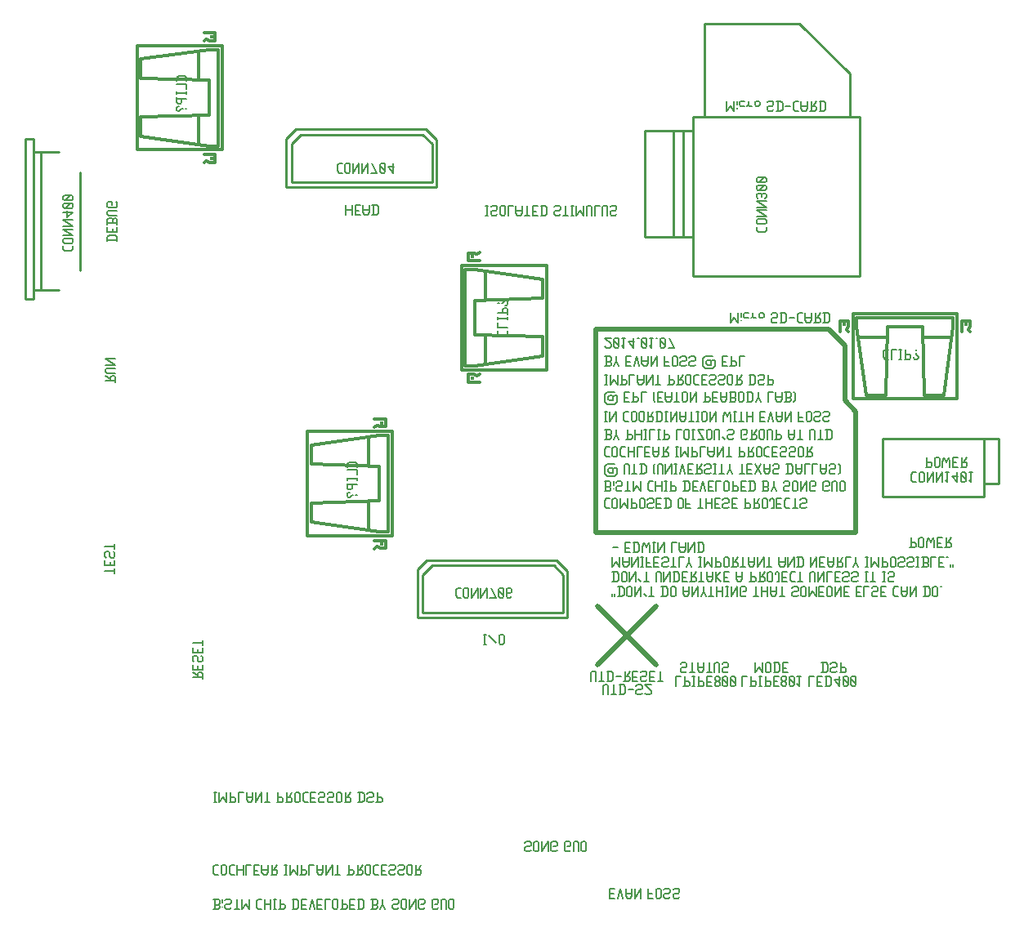
<source format=gbr>
G04 start of page 11 for group -4078 idx -4078 *
G04 Title: (unknown), bottomsilk *
G04 Creator: pcb 20110918 *
G04 CreationDate: Wed Jan  8 22:31:43 2014 UTC *
G04 For: fosse *
G04 Format: Gerber/RS-274X *
G04 PCB-Dimensions: 550000 850000 *
G04 PCB-Coordinate-Origin: lower left *
%MOIN*%
%FSLAX25Y25*%
%LNBOTTOMSILK*%
%ADD133C,0.0148*%
%ADD132C,0.0100*%
%ADD131C,0.0060*%
%ADD130C,0.0200*%
G54D130*X282500Y543000D02*X306500Y567000D01*
Y543000D02*X282500Y567000D01*
X388000Y597000D02*Y646000D01*
Y646500D02*X383500Y651000D01*
Y673500D01*
X377000Y680000D01*
X282000D01*
Y597000D01*
X388000D01*
G54D131*X318500Y540000D02*X319000Y540500D01*
X317000Y540000D02*X318500D01*
X316500Y540500D02*X317000Y540000D01*
X316500Y540500D02*Y541500D01*
X317000Y542000D01*
X318500D01*
X319000Y542500D01*
Y543500D01*
X318500Y544000D02*X319000Y543500D01*
X317000Y544000D02*X318500D01*
X316500Y543500D02*X317000Y544000D01*
X320200Y540000D02*X322200D01*
X321200D02*Y544000D01*
X323400Y541000D02*Y544000D01*
Y541000D02*X324100Y540000D01*
X325200D01*
X325900Y541000D01*
Y544000D01*
X323400Y542000D02*X325900D01*
X327100Y540000D02*X329100D01*
X328100D02*Y544000D01*
X330300Y540000D02*Y543500D01*
X330800Y544000D01*
X331800D01*
X332300Y543500D01*
Y540000D02*Y543500D01*
X335500Y540000D02*X336000Y540500D01*
X334000Y540000D02*X335500D01*
X333500Y540500D02*X334000Y540000D01*
X333500Y540500D02*Y541500D01*
X334000Y542000D01*
X335500D01*
X336000Y542500D01*
Y543500D01*
X335500Y544000D02*X336000Y543500D01*
X334000Y544000D02*X335500D01*
X333500Y543500D02*X334000Y544000D01*
X280000Y536500D02*Y540000D01*
X280500Y540500D01*
X281500D01*
X282000Y540000D01*
Y536500D02*Y540000D01*
X283200Y536500D02*X285200D01*
X284200D02*Y540500D01*
X286900Y536500D02*Y540500D01*
X288200Y536500D02*X288900Y537200D01*
Y539800D01*
X288200Y540500D02*X288900Y539800D01*
X286400Y540500D02*X288200D01*
X286400Y536500D02*X288200D01*
X290100Y538500D02*X292100D01*
X293300Y536500D02*X295300D01*
X295800Y537000D01*
Y538000D01*
X295300Y538500D02*X295800Y538000D01*
X293800Y538500D02*X295300D01*
X293800Y536500D02*Y540500D01*
X294600Y538500D02*X295800Y540500D01*
X297000Y538300D02*X298500D01*
X297000Y540500D02*X299000D01*
X297000Y536500D02*Y540500D01*
Y536500D02*X299000D01*
X302200D02*X302700Y537000D01*
X300700Y536500D02*X302200D01*
X300200Y537000D02*X300700Y536500D01*
X300200Y537000D02*Y538000D01*
X300700Y538500D01*
X302200D01*
X302700Y539000D01*
Y540000D01*
X302200Y540500D02*X302700Y540000D01*
X300700Y540500D02*X302200D01*
X300200Y540000D02*X300700Y540500D01*
X303900Y538300D02*X305400D01*
X303900Y540500D02*X305900D01*
X303900Y536500D02*Y540500D01*
Y536500D02*X305900D01*
X307100D02*X309100D01*
X308100D02*Y540500D01*
X285000Y531000D02*Y534500D01*
X285500Y535000D01*
X286500D01*
X287000Y534500D01*
Y531000D02*Y534500D01*
X288200Y531000D02*X290200D01*
X289200D02*Y535000D01*
X291900Y531000D02*Y535000D01*
X293200Y531000D02*X293900Y531700D01*
Y534300D01*
X293200Y535000D02*X293900Y534300D01*
X291400Y535000D02*X293200D01*
X291400Y531000D02*X293200D01*
X295100Y533000D02*X297100D01*
X300300Y531000D02*X300800Y531500D01*
X298800Y531000D02*X300300D01*
X298300Y531500D02*X298800Y531000D01*
X298300Y531500D02*Y532500D01*
X298800Y533000D01*
X300300D01*
X300800Y533500D01*
Y534500D01*
X300300Y535000D02*X300800Y534500D01*
X298800Y535000D02*X300300D01*
X298300Y534500D02*X298800Y535000D01*
X302000Y531500D02*X302500Y531000D01*
X304000D01*
X304500Y531500D01*
Y532500D01*
X302000Y535000D02*X304500Y532500D01*
X302000Y535000D02*X304500D01*
X318500Y540000D02*X319000Y540500D01*
X317000Y540000D02*X318500D01*
X316500Y540500D02*X317000Y540000D01*
X316500Y540500D02*Y541500D01*
X317000Y542000D01*
X318500D01*
X319000Y542500D01*
Y543500D01*
X318500Y544000D02*X319000Y543500D01*
X317000Y544000D02*X318500D01*
X316500Y543500D02*X317000Y544000D01*
X320200Y540000D02*X322200D01*
X321200D02*Y544000D01*
X323400Y541000D02*Y544000D01*
Y541000D02*X324100Y540000D01*
X325200D01*
X325900Y541000D01*
Y544000D01*
X323400Y542000D02*X325900D01*
X327100Y540000D02*X329100D01*
X328100D02*Y544000D01*
X330300Y540000D02*Y543500D01*
X330800Y544000D01*
X331800D01*
X332300Y543500D01*
Y540000D02*Y543500D01*
X335500Y540000D02*X336000Y540500D01*
X334000Y540000D02*X335500D01*
X333500Y540500D02*X334000Y540000D01*
X333500Y540500D02*Y541500D01*
X334000Y542000D01*
X335500D01*
X336000Y542500D01*
Y543500D01*
X335500Y544000D02*X336000Y543500D01*
X334000Y544000D02*X335500D01*
X333500Y543500D02*X334000Y544000D01*
X280000Y536500D02*Y540000D01*
X280500Y540500D01*
X281500D01*
X282000Y540000D01*
Y536500D02*Y540000D01*
X283200Y536500D02*X285200D01*
X284200D02*Y540500D01*
X286900Y536500D02*Y540500D01*
X288200Y536500D02*X288900Y537200D01*
Y539800D01*
X288200Y540500D02*X288900Y539800D01*
X286400Y540500D02*X288200D01*
X286400Y536500D02*X288200D01*
X290100Y538500D02*X292100D01*
X293300Y536500D02*X295300D01*
X295800Y537000D01*
Y538000D01*
X295300Y538500D02*X295800Y538000D01*
X293800Y538500D02*X295300D01*
X293800Y536500D02*Y540500D01*
X294600Y538500D02*X295800Y540500D01*
X297000Y538300D02*X298500D01*
X297000Y540500D02*X299000D01*
X297000Y536500D02*Y540500D01*
Y536500D02*X299000D01*
X302200D02*X302700Y537000D01*
X300700Y536500D02*X302200D01*
X300200Y537000D02*X300700Y536500D01*
X300200Y537000D02*Y538000D01*
X300700Y538500D01*
X302200D01*
X302700Y539000D01*
Y540000D01*
X302200Y540500D02*X302700Y540000D01*
X300700Y540500D02*X302200D01*
X300200Y540000D02*X300700Y540500D01*
X303900Y538300D02*X305400D01*
X303900Y540500D02*X305900D01*
X303900Y536500D02*Y540500D01*
Y536500D02*X305900D01*
X307100D02*X309100D01*
X308100D02*Y540500D01*
X285000Y531000D02*Y534500D01*
X285500Y535000D01*
X286500D01*
X287000Y534500D01*
Y531000D02*Y534500D01*
X288200Y531000D02*X290200D01*
X289200D02*Y535000D01*
X291900Y531000D02*Y535000D01*
X293200Y531000D02*X293900Y531700D01*
Y534300D01*
X293200Y535000D02*X293900Y534300D01*
X291400Y535000D02*X293200D01*
X291400Y531000D02*X293200D01*
X295100Y533000D02*X297100D01*
X300300Y531000D02*X300800Y531500D01*
X298800Y531000D02*X300300D01*
X298300Y531500D02*X298800Y531000D01*
X298300Y531500D02*Y532500D01*
X298800Y533000D01*
X300300D01*
X300800Y533500D01*
Y534500D01*
X300300Y535000D02*X300800Y534500D01*
X298800Y535000D02*X300300D01*
X298300Y534500D02*X298800Y535000D01*
X302000Y531500D02*X302500Y531000D01*
X304000D01*
X304500Y531500D01*
Y532500D01*
X302000Y535000D02*X304500Y532500D01*
X302000Y535000D02*X304500D01*
X347000Y540000D02*Y544000D01*
Y540000D02*X348500Y542000D01*
X350000Y540000D01*
Y544000D01*
X351200Y540500D02*Y543500D01*
Y540500D02*X351700Y540000D01*
X352700D01*
X353200Y540500D01*
Y543500D01*
X352700Y544000D02*X353200Y543500D01*
X351700Y544000D02*X352700D01*
X351200Y543500D02*X351700Y544000D01*
X354900Y540000D02*Y544000D01*
X356200Y540000D02*X356900Y540700D01*
Y543300D01*
X356200Y544000D02*X356900Y543300D01*
X354400Y544000D02*X356200D01*
X354400Y540000D02*X356200D01*
X358100Y541800D02*X359600D01*
X358100Y544000D02*X360100D01*
X358100Y540000D02*Y544000D01*
Y540000D02*X360100D01*
X369000Y534500D02*Y538500D01*
X371000D01*
X372200Y536300D02*X373700D01*
X372200Y538500D02*X374200D01*
X372200Y534500D02*Y538500D01*
Y534500D02*X374200D01*
X375900D02*Y538500D01*
X377200Y534500D02*X377900Y535200D01*
Y537800D01*
X377200Y538500D02*X377900Y537800D01*
X375400Y538500D02*X377200D01*
X375400Y534500D02*X377200D01*
X379100Y537000D02*X381100Y534500D01*
X379100Y537000D02*X381600D01*
X381100Y534500D02*Y538500D01*
X382800Y538000D02*X383300Y538500D01*
X382800Y535000D02*Y538000D01*
Y535000D02*X383300Y534500D01*
X384300D01*
X384800Y535000D01*
Y538000D01*
X384300Y538500D02*X384800Y538000D01*
X383300Y538500D02*X384300D01*
X382800Y537500D02*X384800Y535500D01*
X386000Y538000D02*X386500Y538500D01*
X386000Y535000D02*Y538000D01*
Y535000D02*X386500Y534500D01*
X387500D01*
X388000Y535000D01*
Y538000D01*
X387500Y538500D02*X388000Y538000D01*
X386500Y538500D02*X387500D01*
X386000Y537500D02*X388000Y535500D01*
X374500Y540000D02*Y544000D01*
X375800Y540000D02*X376500Y540700D01*
Y543300D01*
X375800Y544000D02*X376500Y543300D01*
X374000Y544000D02*X375800D01*
X374000Y540000D02*X375800D01*
X379700D02*X380200Y540500D01*
X378200Y540000D02*X379700D01*
X377700Y540500D02*X378200Y540000D01*
X377700Y540500D02*Y541500D01*
X378200Y542000D01*
X379700D01*
X380200Y542500D01*
Y543500D01*
X379700Y544000D02*X380200Y543500D01*
X378200Y544000D02*X379700D01*
X377700Y543500D02*X378200Y544000D01*
X381900Y540000D02*Y544000D01*
X381400Y540000D02*X383400D01*
X383900Y540500D01*
Y541500D01*
X383400Y542000D02*X383900Y541500D01*
X381900Y542000D02*X383400D01*
X347000Y540000D02*Y544000D01*
Y540000D02*X348500Y542000D01*
X350000Y540000D01*
Y544000D01*
X351200Y540500D02*Y543500D01*
Y540500D02*X351700Y540000D01*
X352700D01*
X353200Y540500D01*
Y543500D01*
X352700Y544000D02*X353200Y543500D01*
X351700Y544000D02*X352700D01*
X351200Y543500D02*X351700Y544000D01*
X354900Y540000D02*Y544000D01*
X356200Y540000D02*X356900Y540700D01*
Y543300D01*
X356200Y544000D02*X356900Y543300D01*
X354400Y544000D02*X356200D01*
X354400Y540000D02*X356200D01*
X358100Y541800D02*X359600D01*
X358100Y544000D02*X360100D01*
X358100Y540000D02*Y544000D01*
Y540000D02*X360100D01*
X287700Y449700D02*X289200D01*
X287700Y451900D02*X289700D01*
X287700Y447900D02*Y451900D01*
Y447900D02*X289700D01*
X290900D02*X291900Y451900D01*
X292900Y447900D01*
X294100Y448900D02*Y451900D01*
Y448900D02*X294800Y447900D01*
X295900D01*
X296600Y448900D01*
Y451900D01*
X294100Y449900D02*X296600D01*
X297800Y447900D02*Y451900D01*
Y447900D02*X300300Y451900D01*
Y447900D02*Y451900D01*
X303300Y447900D02*Y451900D01*
Y447900D02*X305300D01*
X303300Y449700D02*X304800D01*
X306500Y448400D02*Y451400D01*
Y448400D02*X307000Y447900D01*
X308000D01*
X308500Y448400D01*
Y451400D01*
X308000Y451900D02*X308500Y451400D01*
X307000Y451900D02*X308000D01*
X306500Y451400D02*X307000Y451900D01*
X311700Y447900D02*X312200Y448400D01*
X310200Y447900D02*X311700D01*
X309700Y448400D02*X310200Y447900D01*
X309700Y448400D02*Y449400D01*
X310200Y449900D01*
X311700D01*
X312200Y450400D01*
Y451400D01*
X311700Y451900D02*X312200Y451400D01*
X310200Y451900D02*X311700D01*
X309700Y451400D02*X310200Y451900D01*
X315400Y447900D02*X315900Y448400D01*
X313900Y447900D02*X315400D01*
X313400Y448400D02*X313900Y447900D01*
X313400Y448400D02*Y449400D01*
X313900Y449900D01*
X315400D01*
X315900Y450400D01*
Y451400D01*
X315400Y451900D02*X315900Y451400D01*
X313900Y451900D02*X315400D01*
X313400Y451400D02*X313900Y451900D01*
X255000Y467000D02*X255500Y467500D01*
X253500Y467000D02*X255000D01*
X253000Y467500D02*X253500Y467000D01*
X253000Y467500D02*Y468500D01*
X253500Y469000D01*
X255000D01*
X255500Y469500D01*
Y470500D01*
X255000Y471000D02*X255500Y470500D01*
X253500Y471000D02*X255000D01*
X253000Y470500D02*X253500Y471000D01*
X256700Y467500D02*Y470500D01*
Y467500D02*X257200Y467000D01*
X258200D01*
X258700Y467500D01*
Y470500D01*
X258200Y471000D02*X258700Y470500D01*
X257200Y471000D02*X258200D01*
X256700Y470500D02*X257200Y471000D01*
X259900Y467000D02*Y471000D01*
Y467000D02*X262400Y471000D01*
Y467000D02*Y471000D01*
X265600Y467000D02*X266100Y467500D01*
X264100Y467000D02*X265600D01*
X263600Y467500D02*X264100Y467000D01*
X263600Y467500D02*Y470500D01*
X264100Y471000D01*
X265600D01*
X266100Y470500D01*
Y469500D02*Y470500D01*
X265600Y469000D02*X266100Y469500D01*
X264600Y469000D02*X265600D01*
X271100Y467000D02*X271600Y467500D01*
X269600Y467000D02*X271100D01*
X269100Y467500D02*X269600Y467000D01*
X269100Y467500D02*Y470500D01*
X269600Y471000D01*
X271100D01*
X271600Y470500D01*
Y469500D02*Y470500D01*
X271100Y469000D02*X271600Y469500D01*
X270100Y469000D02*X271100D01*
X272800Y467000D02*Y470500D01*
X273300Y471000D01*
X274300D01*
X274800Y470500D01*
Y467000D02*Y470500D01*
X276000Y467500D02*Y470500D01*
Y467500D02*X276500Y467000D01*
X277500D01*
X278000Y467500D01*
Y470500D01*
X277500Y471000D02*X278000Y470500D01*
X276500Y471000D02*X277500D01*
X276000Y470500D02*X276500Y471000D01*
X126000Y447500D02*X128000D01*
X128500Y447000D01*
Y445800D02*Y447000D01*
X128000Y445300D02*X128500Y445800D01*
X126500Y445300D02*X128000D01*
X126500Y443500D02*Y447500D01*
X126000Y443500D02*X128000D01*
X128500Y444000D01*
Y444800D01*
X128000Y445300D02*X128500Y444800D01*
X129700Y444500D02*Y444600D01*
Y446000D02*Y447500D01*
X132700Y443500D02*X133200Y444000D01*
X131200Y443500D02*X132700D01*
X130700Y444000D02*X131200Y443500D01*
X130700Y444000D02*Y445000D01*
X131200Y445500D01*
X132700D01*
X133200Y446000D01*
Y447000D01*
X132700Y447500D02*X133200Y447000D01*
X131200Y447500D02*X132700D01*
X130700Y447000D02*X131200Y447500D01*
X134400Y443500D02*X136400D01*
X135400D02*Y447500D01*
X137600Y443500D02*Y447500D01*
Y443500D02*X139100Y445500D01*
X140600Y443500D01*
Y447500D01*
X144300D02*X145600D01*
X143600Y446800D02*X144300Y447500D01*
X143600Y444200D02*Y446800D01*
Y444200D02*X144300Y443500D01*
X145600D01*
X146800D02*Y447500D01*
X149300Y443500D02*Y447500D01*
X146800Y445500D02*X149300D01*
X150500Y443500D02*X151500D01*
X151000D02*Y447500D01*
X150500D02*X151500D01*
X153200Y443500D02*Y447500D01*
X152700Y443500D02*X154700D01*
X155200Y444000D01*
Y445000D01*
X154700Y445500D02*X155200Y445000D01*
X153200Y445500D02*X154700D01*
X158700Y443500D02*Y447500D01*
X160000Y443500D02*X160700Y444200D01*
Y446800D01*
X160000Y447500D02*X160700Y446800D01*
X158200Y447500D02*X160000D01*
X158200Y443500D02*X160000D01*
X161900Y445300D02*X163400D01*
X161900Y447500D02*X163900D01*
X161900Y443500D02*Y447500D01*
Y443500D02*X163900D01*
X165100D02*X166100Y447500D01*
X167100Y443500D01*
X168300Y445300D02*X169800D01*
X168300Y447500D02*X170300D01*
X168300Y443500D02*Y447500D01*
Y443500D02*X170300D01*
X171500D02*Y447500D01*
X173500D01*
X174700Y444000D02*Y447000D01*
Y444000D02*X175200Y443500D01*
X176200D01*
X176700Y444000D01*
Y447000D01*
X176200Y447500D02*X176700Y447000D01*
X175200Y447500D02*X176200D01*
X174700Y447000D02*X175200Y447500D01*
X178400Y443500D02*Y447500D01*
X177900Y443500D02*X179900D01*
X180400Y444000D01*
Y445000D01*
X179900Y445500D02*X180400Y445000D01*
X178400Y445500D02*X179900D01*
X181600Y445300D02*X183100D01*
X181600Y447500D02*X183600D01*
X181600Y443500D02*Y447500D01*
Y443500D02*X183600D01*
X185300D02*Y447500D01*
X186600Y443500D02*X187300Y444200D01*
Y446800D01*
X186600Y447500D02*X187300Y446800D01*
X184800Y447500D02*X186600D01*
X184800Y443500D02*X186600D01*
X190300Y447500D02*X192300D01*
X192800Y447000D01*
Y445800D02*Y447000D01*
X192300Y445300D02*X192800Y445800D01*
X190800Y445300D02*X192300D01*
X190800Y443500D02*Y447500D01*
X190300Y443500D02*X192300D01*
X192800Y444000D01*
Y444800D01*
X192300Y445300D02*X192800Y444800D01*
X194000Y443500D02*X195000Y445500D01*
X196000Y443500D01*
X195000Y445500D02*Y447500D01*
X201000Y443500D02*X201500Y444000D01*
X199500Y443500D02*X201000D01*
X199000Y444000D02*X199500Y443500D01*
X199000Y444000D02*Y445000D01*
X199500Y445500D01*
X201000D01*
X201500Y446000D01*
Y447000D01*
X201000Y447500D02*X201500Y447000D01*
X199500Y447500D02*X201000D01*
X199000Y447000D02*X199500Y447500D01*
X202700Y444000D02*Y447000D01*
Y444000D02*X203200Y443500D01*
X204200D01*
X204700Y444000D01*
Y447000D01*
X204200Y447500D02*X204700Y447000D01*
X203200Y447500D02*X204200D01*
X202700Y447000D02*X203200Y447500D01*
X205900Y443500D02*Y447500D01*
Y443500D02*X208400Y447500D01*
Y443500D02*Y447500D01*
X211600Y443500D02*X212100Y444000D01*
X210100Y443500D02*X211600D01*
X209600Y444000D02*X210100Y443500D01*
X209600Y444000D02*Y447000D01*
X210100Y447500D01*
X211600D01*
X212100Y447000D01*
Y446000D02*Y447000D01*
X211600Y445500D02*X212100Y446000D01*
X210600Y445500D02*X211600D01*
X217100Y443500D02*X217600Y444000D01*
X215600Y443500D02*X217100D01*
X215100Y444000D02*X215600Y443500D01*
X215100Y444000D02*Y447000D01*
X215600Y447500D01*
X217100D01*
X217600Y447000D01*
Y446000D02*Y447000D01*
X217100Y445500D02*X217600Y446000D01*
X216100Y445500D02*X217100D01*
X218800Y443500D02*Y447000D01*
X219300Y447500D01*
X220300D01*
X220800Y447000D01*
Y443500D02*Y447000D01*
X222000Y444000D02*Y447000D01*
Y444000D02*X222500Y443500D01*
X223500D01*
X224000Y444000D01*
Y447000D01*
X223500Y447500D02*X224000Y447000D01*
X222500Y447500D02*X223500D01*
X222000Y447000D02*X222500Y447500D01*
X126700Y461500D02*X128000D01*
X126000Y460800D02*X126700Y461500D01*
X126000Y458200D02*Y460800D01*
Y458200D02*X126700Y457500D01*
X128000D01*
X129200Y458000D02*Y461000D01*
Y458000D02*X129700Y457500D01*
X130700D01*
X131200Y458000D01*
Y461000D01*
X130700Y461500D02*X131200Y461000D01*
X129700Y461500D02*X130700D01*
X129200Y461000D02*X129700Y461500D01*
X133100D02*X134400D01*
X132400Y460800D02*X133100Y461500D01*
X132400Y458200D02*Y460800D01*
Y458200D02*X133100Y457500D01*
X134400D01*
X135600D02*Y461500D01*
X138100Y457500D02*Y461500D01*
X135600Y459500D02*X138100D01*
X139300Y457500D02*Y461500D01*
X141300D01*
X142500Y459300D02*X144000D01*
X142500Y461500D02*X144500D01*
X142500Y457500D02*Y461500D01*
Y457500D02*X144500D01*
X145700Y458500D02*Y461500D01*
Y458500D02*X146400Y457500D01*
X147500D01*
X148200Y458500D01*
Y461500D01*
X145700Y459500D02*X148200D01*
X149400Y457500D02*X151400D01*
X151900Y458000D01*
Y459000D01*
X151400Y459500D02*X151900Y459000D01*
X149900Y459500D02*X151400D01*
X149900Y457500D02*Y461500D01*
X150700Y459500D02*X151900Y461500D01*
X154900Y457500D02*X155900D01*
X155400D02*Y461500D01*
X154900D02*X155900D01*
X157100Y457500D02*Y461500D01*
Y457500D02*X158600Y459500D01*
X160100Y457500D01*
Y461500D01*
X161800Y457500D02*Y461500D01*
X161300Y457500D02*X163300D01*
X163800Y458000D01*
Y459000D01*
X163300Y459500D02*X163800Y459000D01*
X161800Y459500D02*X163300D01*
X165000Y457500D02*Y461500D01*
X167000D01*
X168200Y458500D02*Y461500D01*
Y458500D02*X168900Y457500D01*
X170000D01*
X170700Y458500D01*
Y461500D01*
X168200Y459500D02*X170700D01*
X171900Y457500D02*Y461500D01*
Y457500D02*X174400Y461500D01*
Y457500D02*Y461500D01*
X175600Y457500D02*X177600D01*
X176600D02*Y461500D01*
X181100Y457500D02*Y461500D01*
X180600Y457500D02*X182600D01*
X183100Y458000D01*
Y459000D01*
X182600Y459500D02*X183100Y459000D01*
X181100Y459500D02*X182600D01*
X184300Y457500D02*X186300D01*
X186800Y458000D01*
Y459000D01*
X186300Y459500D02*X186800Y459000D01*
X184800Y459500D02*X186300D01*
X184800Y457500D02*Y461500D01*
X185600Y459500D02*X186800Y461500D01*
X188000Y458000D02*Y461000D01*
Y458000D02*X188500Y457500D01*
X189500D01*
X190000Y458000D01*
Y461000D01*
X189500Y461500D02*X190000Y461000D01*
X188500Y461500D02*X189500D01*
X188000Y461000D02*X188500Y461500D01*
X191900D02*X193200D01*
X191200Y460800D02*X191900Y461500D01*
X191200Y458200D02*Y460800D01*
Y458200D02*X191900Y457500D01*
X193200D01*
X194400Y459300D02*X195900D01*
X194400Y461500D02*X196400D01*
X194400Y457500D02*Y461500D01*
Y457500D02*X196400D01*
X199600D02*X200100Y458000D01*
X198100Y457500D02*X199600D01*
X197600Y458000D02*X198100Y457500D01*
X197600Y458000D02*Y459000D01*
X198100Y459500D01*
X199600D01*
X200100Y460000D01*
Y461000D01*
X199600Y461500D02*X200100Y461000D01*
X198100Y461500D02*X199600D01*
X197600Y461000D02*X198100Y461500D01*
X203300Y457500D02*X203800Y458000D01*
X201800Y457500D02*X203300D01*
X201300Y458000D02*X201800Y457500D01*
X201300Y458000D02*Y459000D01*
X201800Y459500D01*
X203300D01*
X203800Y460000D01*
Y461000D01*
X203300Y461500D02*X203800Y461000D01*
X201800Y461500D02*X203300D01*
X201300Y461000D02*X201800Y461500D01*
X205000Y458000D02*Y461000D01*
Y458000D02*X205500Y457500D01*
X206500D01*
X207000Y458000D01*
Y461000D01*
X206500Y461500D02*X207000Y461000D01*
X205500Y461500D02*X206500D01*
X205000Y461000D02*X205500Y461500D01*
X208200Y457500D02*X210200D01*
X210700Y458000D01*
Y459000D01*
X210200Y459500D02*X210700Y459000D01*
X208700Y459500D02*X210200D01*
X208700Y457500D02*Y461500D01*
X209500Y459500D02*X210700Y461500D01*
X126100Y487100D02*X127100D01*
X126600D02*Y491100D01*
X126100D02*X127100D01*
X128300Y487100D02*Y491100D01*
Y487100D02*X129800Y489100D01*
X131300Y487100D01*
Y491100D01*
X133000Y487100D02*Y491100D01*
X132500Y487100D02*X134500D01*
X135000Y487600D01*
Y488600D01*
X134500Y489100D02*X135000Y488600D01*
X133000Y489100D02*X134500D01*
X136200Y487100D02*Y491100D01*
X138200D01*
X139400Y488100D02*Y491100D01*
Y488100D02*X140100Y487100D01*
X141200D01*
X141900Y488100D01*
Y491100D01*
X139400Y489100D02*X141900D01*
X143100Y487100D02*Y491100D01*
Y487100D02*X145600Y491100D01*
Y487100D02*Y491100D01*
X146800Y487100D02*X148800D01*
X147800D02*Y491100D01*
X152300Y487100D02*Y491100D01*
X151800Y487100D02*X153800D01*
X154300Y487600D01*
Y488600D01*
X153800Y489100D02*X154300Y488600D01*
X152300Y489100D02*X153800D01*
X155500Y487100D02*X157500D01*
X158000Y487600D01*
Y488600D01*
X157500Y489100D02*X158000Y488600D01*
X156000Y489100D02*X157500D01*
X156000Y487100D02*Y491100D01*
X156800Y489100D02*X158000Y491100D01*
X159200Y487600D02*Y490600D01*
Y487600D02*X159700Y487100D01*
X160700D01*
X161200Y487600D01*
Y490600D01*
X160700Y491100D02*X161200Y490600D01*
X159700Y491100D02*X160700D01*
X159200Y490600D02*X159700Y491100D01*
X163100D02*X164400D01*
X162400Y490400D02*X163100Y491100D01*
X162400Y487800D02*Y490400D01*
Y487800D02*X163100Y487100D01*
X164400D01*
X165600Y488900D02*X167100D01*
X165600Y491100D02*X167600D01*
X165600Y487100D02*Y491100D01*
Y487100D02*X167600D01*
X170800D02*X171300Y487600D01*
X169300Y487100D02*X170800D01*
X168800Y487600D02*X169300Y487100D01*
X168800Y487600D02*Y488600D01*
X169300Y489100D01*
X170800D01*
X171300Y489600D01*
Y490600D01*
X170800Y491100D02*X171300Y490600D01*
X169300Y491100D02*X170800D01*
X168800Y490600D02*X169300Y491100D01*
X174500Y487100D02*X175000Y487600D01*
X173000Y487100D02*X174500D01*
X172500Y487600D02*X173000Y487100D01*
X172500Y487600D02*Y488600D01*
X173000Y489100D01*
X174500D01*
X175000Y489600D01*
Y490600D01*
X174500Y491100D02*X175000Y490600D01*
X173000Y491100D02*X174500D01*
X172500Y490600D02*X173000Y491100D01*
X176200Y487600D02*Y490600D01*
Y487600D02*X176700Y487100D01*
X177700D01*
X178200Y487600D01*
Y490600D01*
X177700Y491100D02*X178200Y490600D01*
X176700Y491100D02*X177700D01*
X176200Y490600D02*X176700Y491100D01*
X179400Y487100D02*X181400D01*
X181900Y487600D01*
Y488600D01*
X181400Y489100D02*X181900Y488600D01*
X179900Y489100D02*X181400D01*
X179900Y487100D02*Y491100D01*
X180700Y489100D02*X181900Y491100D01*
X185400Y487100D02*Y491100D01*
X186700Y487100D02*X187400Y487800D01*
Y490400D01*
X186700Y491100D02*X187400Y490400D01*
X184900Y491100D02*X186700D01*
X184900Y487100D02*X186700D01*
X190600D02*X191100Y487600D01*
X189100Y487100D02*X190600D01*
X188600Y487600D02*X189100Y487100D01*
X188600Y487600D02*Y488600D01*
X189100Y489100D01*
X190600D01*
X191100Y489600D01*
Y490600D01*
X190600Y491100D02*X191100Y490600D01*
X189100Y491100D02*X190600D01*
X188600Y490600D02*X189100Y491100D01*
X192800Y487100D02*Y491100D01*
X192300Y487100D02*X194300D01*
X194800Y487600D01*
Y488600D01*
X194300Y489100D02*X194800Y488600D01*
X192800Y489100D02*X194300D01*
X82700Y716500D02*X86700D01*
Y717800D02*X86000Y718500D01*
X83400D02*X86000D01*
X82700Y717800D02*X83400Y718500D01*
X82700Y716000D02*Y717800D01*
X86700Y716000D02*Y717800D01*
X84900Y719700D02*Y721200D01*
X82700Y719700D02*Y721700D01*
Y719700D02*X86700D01*
Y721700D01*
X82700Y722900D02*Y724900D01*
X83200Y725400D01*
X84400D01*
X84900Y724900D02*X84400Y725400D01*
X84900Y723400D02*Y724900D01*
X82700Y723400D02*X86700D01*
Y722900D02*Y724900D01*
X86200Y725400D01*
X85400D02*X86200D01*
X84900Y724900D02*X85400Y725400D01*
X83200Y726600D02*X86700D01*
X83200D02*X82700Y727100D01*
Y728100D01*
X83200Y728600D01*
X86700D01*
Y731800D02*X86200Y732300D01*
X86700Y730300D02*Y731800D01*
X86200Y729800D02*X86700Y730300D01*
X83200Y729800D02*X86200D01*
X83200D02*X82700Y730300D01*
Y731800D01*
X83200Y732300D01*
X84200D01*
X84700Y731800D02*X84200Y732300D01*
X84700Y730800D02*Y731800D01*
X180010Y726690D02*Y730690D01*
X182510Y726690D02*Y730690D01*
X180010Y728690D02*X182510D01*
X183710Y728490D02*X185210D01*
X183710Y730690D02*X185710D01*
X183710Y726690D02*Y730690D01*
Y726690D02*X185710D01*
X186910Y727690D02*Y730690D01*
Y727690D02*X187610Y726690D01*
X188710D01*
X189410Y727690D01*
Y730690D01*
X186910Y728690D02*X189410D01*
X191110Y726690D02*Y730690D01*
X192410Y726690D02*X193110Y727390D01*
Y729990D01*
X192410Y730690D02*X193110Y729990D01*
X190610Y730690D02*X192410D01*
X190610Y726690D02*X192410D01*
X86000Y658600D02*Y660600D01*
X85500Y661100D01*
X84500D02*X85500D01*
X84000Y660600D02*X84500Y661100D01*
X84000Y659100D02*Y660600D01*
X82000Y659100D02*X86000D01*
X84000Y659900D02*X82000Y661100D01*
X82500Y662300D02*X86000D01*
X82500D02*X82000Y662800D01*
Y663800D01*
X82500Y664300D01*
X86000D01*
X82000Y665500D02*X86000D01*
X82000Y668000D01*
X86000D01*
X335250Y769250D02*Y773250D01*
Y769250D02*X336750Y771250D01*
X338250Y769250D01*
Y773250D01*
X339450Y770250D02*Y770350D01*
Y771750D02*Y773250D01*
X340950Y771250D02*X342450D01*
X340450Y771750D02*X340950Y771250D01*
X340450Y771750D02*Y772750D01*
X340950Y773250D01*
X342450D01*
X344150Y771750D02*Y773250D01*
Y771750D02*X344650Y771250D01*
X345650D01*
X343650D02*X344150Y771750D01*
X346850D02*Y772750D01*
Y771750D02*X347350Y771250D01*
X348350D01*
X348850Y771750D01*
Y772750D01*
X348350Y773250D02*X348850Y772750D01*
X347350Y773250D02*X348350D01*
X346850Y772750D02*X347350Y773250D01*
X353850Y769250D02*X354350Y769750D01*
X352350Y769250D02*X353850D01*
X351850Y769750D02*X352350Y769250D01*
X351850Y769750D02*Y770750D01*
X352350Y771250D01*
X353850D01*
X354350Y771750D01*
Y772750D01*
X353850Y773250D02*X354350Y772750D01*
X352350Y773250D02*X353850D01*
X351850Y772750D02*X352350Y773250D01*
X356050Y769250D02*Y773250D01*
X357350Y769250D02*X358050Y769950D01*
Y772550D01*
X357350Y773250D02*X358050Y772550D01*
X355550Y773250D02*X357350D01*
X355550Y769250D02*X357350D01*
X359250Y771250D02*X361250D01*
X363150Y773250D02*X364450D01*
X362450Y772550D02*X363150Y773250D01*
X362450Y769950D02*Y772550D01*
Y769950D02*X363150Y769250D01*
X364450D01*
X365650Y770250D02*Y773250D01*
Y770250D02*X366350Y769250D01*
X367450D01*
X368150Y770250D01*
Y773250D01*
X365650Y771250D02*X368150D01*
X369350Y769250D02*X371350D01*
X371850Y769750D01*
Y770750D01*
X371350Y771250D02*X371850Y770750D01*
X369850Y771250D02*X371350D01*
X369850Y769250D02*Y773250D01*
X370650Y771250D02*X371850Y773250D01*
X373550Y769250D02*Y773250D01*
X374850Y769250D02*X375550Y769950D01*
Y772550D01*
X374850Y773250D02*X375550Y772550D01*
X373050Y773250D02*X374850D01*
X373050Y769250D02*X374850D01*
X237000Y726500D02*X238000D01*
X237500D02*Y730500D01*
X237000D02*X238000D01*
X241200Y726500D02*X241700Y727000D01*
X239700Y726500D02*X241200D01*
X239200Y727000D02*X239700Y726500D01*
X239200Y727000D02*Y728000D01*
X239700Y728500D01*
X241200D01*
X241700Y729000D01*
Y730000D01*
X241200Y730500D02*X241700Y730000D01*
X239700Y730500D02*X241200D01*
X239200Y730000D02*X239700Y730500D01*
X242900Y727000D02*Y730000D01*
Y727000D02*X243400Y726500D01*
X244400D01*
X244900Y727000D01*
Y730000D01*
X244400Y730500D02*X244900Y730000D01*
X243400Y730500D02*X244400D01*
X242900Y730000D02*X243400Y730500D01*
X246100Y726500D02*Y730500D01*
X248100D01*
X249300Y727500D02*Y730500D01*
Y727500D02*X250000Y726500D01*
X251100D01*
X251800Y727500D01*
Y730500D01*
X249300Y728500D02*X251800D01*
X253000Y726500D02*X255000D01*
X254000D02*Y730500D01*
X256200Y728300D02*X257700D01*
X256200Y730500D02*X258200D01*
X256200Y726500D02*Y730500D01*
Y726500D02*X258200D01*
X259900D02*Y730500D01*
X261200Y726500D02*X261900Y727200D01*
Y729800D01*
X261200Y730500D02*X261900Y729800D01*
X259400Y730500D02*X261200D01*
X259400Y726500D02*X261200D01*
X266900D02*X267400Y727000D01*
X265400Y726500D02*X266900D01*
X264900Y727000D02*X265400Y726500D01*
X264900Y727000D02*Y728000D01*
X265400Y728500D01*
X266900D01*
X267400Y729000D01*
Y730000D01*
X266900Y730500D02*X267400Y730000D01*
X265400Y730500D02*X266900D01*
X264900Y730000D02*X265400Y730500D01*
X268600Y726500D02*X270600D01*
X269600D02*Y730500D01*
X271800Y726500D02*X272800D01*
X272300D02*Y730500D01*
X271800D02*X272800D01*
X274000Y726500D02*Y730500D01*
Y726500D02*X275500Y728500D01*
X277000Y726500D01*
Y730500D01*
X278200Y726500D02*Y730000D01*
X278700Y730500D01*
X279700D01*
X280200Y730000D01*
Y726500D02*Y730000D01*
X281400Y726500D02*Y730500D01*
X283400D01*
X284600Y726500D02*Y730000D01*
X285100Y730500D01*
X286100D01*
X286600Y730000D01*
Y726500D02*Y730000D01*
X289800Y726500D02*X290300Y727000D01*
X288300Y726500D02*X289800D01*
X287800Y727000D02*X288300Y726500D01*
X287800Y727000D02*Y728000D01*
X288300Y728500D01*
X289800D01*
X290300Y729000D01*
Y730000D01*
X289800Y730500D02*X290300Y730000D01*
X288300Y730500D02*X289800D01*
X287800Y730000D02*X288300Y730500D01*
X336850Y682750D02*Y686750D01*
Y682750D02*X338350Y684750D01*
X339850Y682750D01*
Y686750D01*
X341050Y683750D02*Y683850D01*
Y685250D02*Y686750D01*
X342550Y684750D02*X344050D01*
X342050Y685250D02*X342550Y684750D01*
X342050Y685250D02*Y686250D01*
X342550Y686750D01*
X344050D01*
X345750Y685250D02*Y686750D01*
Y685250D02*X346250Y684750D01*
X347250D01*
X345250D02*X345750Y685250D01*
X348450D02*Y686250D01*
Y685250D02*X348950Y684750D01*
X349950D01*
X350450Y685250D01*
Y686250D01*
X349950Y686750D02*X350450Y686250D01*
X348950Y686750D02*X349950D01*
X348450Y686250D02*X348950Y686750D01*
X355450Y682750D02*X355950Y683250D01*
X353950Y682750D02*X355450D01*
X353450Y683250D02*X353950Y682750D01*
X353450Y683250D02*Y684250D01*
X353950Y684750D01*
X355450D01*
X355950Y685250D01*
Y686250D01*
X355450Y686750D02*X355950Y686250D01*
X353950Y686750D02*X355450D01*
X353450Y686250D02*X353950Y686750D01*
X357650Y682750D02*Y686750D01*
X358950Y682750D02*X359650Y683450D01*
Y686050D01*
X358950Y686750D02*X359650Y686050D01*
X357150Y686750D02*X358950D01*
X357150Y682750D02*X358950D01*
X360850Y684750D02*X362850D01*
X364750Y686750D02*X366050D01*
X364050Y686050D02*X364750Y686750D01*
X364050Y683450D02*Y686050D01*
Y683450D02*X364750Y682750D01*
X366050D01*
X367250Y683750D02*Y686750D01*
Y683750D02*X367950Y682750D01*
X369050D01*
X369750Y683750D01*
Y686750D01*
X367250Y684750D02*X369750D01*
X370950Y682750D02*X372950D01*
X373450Y683250D01*
Y684250D01*
X372950Y684750D02*X373450Y684250D01*
X371450Y684750D02*X372950D01*
X371450Y682750D02*Y686750D01*
X372250Y684750D02*X373450Y686750D01*
X375150Y682750D02*Y686750D01*
X376450Y682750D02*X377150Y683450D01*
Y686050D01*
X376450Y686750D02*X377150Y686050D01*
X374650Y686750D02*X376450D01*
X374650Y682750D02*X376450D01*
X285600Y657600D02*X286600D01*
X286100D02*Y661600D01*
X285600D02*X286600D01*
X287800Y657600D02*Y661600D01*
Y657600D02*X289300Y659600D01*
X290800Y657600D01*
Y661600D01*
X292500Y657600D02*Y661600D01*
X292000Y657600D02*X294000D01*
X294500Y658100D01*
Y659100D01*
X294000Y659600D02*X294500Y659100D01*
X292500Y659600D02*X294000D01*
X295700Y657600D02*Y661600D01*
X297700D01*
X298900Y658600D02*Y661600D01*
Y658600D02*X299600Y657600D01*
X300700D01*
X301400Y658600D01*
Y661600D01*
X298900Y659600D02*X301400D01*
X302600Y657600D02*Y661600D01*
Y657600D02*X305100Y661600D01*
Y657600D02*Y661600D01*
X306300Y657600D02*X308300D01*
X307300D02*Y661600D01*
X311800Y657600D02*Y661600D01*
X311300Y657600D02*X313300D01*
X313800Y658100D01*
Y659100D01*
X313300Y659600D02*X313800Y659100D01*
X311800Y659600D02*X313300D01*
X315000Y657600D02*X317000D01*
X317500Y658100D01*
Y659100D01*
X317000Y659600D02*X317500Y659100D01*
X315500Y659600D02*X317000D01*
X315500Y657600D02*Y661600D01*
X316300Y659600D02*X317500Y661600D01*
X318700Y658100D02*Y661100D01*
Y658100D02*X319200Y657600D01*
X320200D01*
X320700Y658100D01*
Y661100D01*
X320200Y661600D02*X320700Y661100D01*
X319200Y661600D02*X320200D01*
X318700Y661100D02*X319200Y661600D01*
X322600D02*X323900D01*
X321900Y660900D02*X322600Y661600D01*
X321900Y658300D02*Y660900D01*
Y658300D02*X322600Y657600D01*
X323900D01*
X325100Y659400D02*X326600D01*
X325100Y661600D02*X327100D01*
X325100Y657600D02*Y661600D01*
Y657600D02*X327100D01*
X330300D02*X330800Y658100D01*
X328800Y657600D02*X330300D01*
X328300Y658100D02*X328800Y657600D01*
X328300Y658100D02*Y659100D01*
X328800Y659600D01*
X330300D01*
X330800Y660100D01*
Y661100D01*
X330300Y661600D02*X330800Y661100D01*
X328800Y661600D02*X330300D01*
X328300Y661100D02*X328800Y661600D01*
X334000Y657600D02*X334500Y658100D01*
X332500Y657600D02*X334000D01*
X332000Y658100D02*X332500Y657600D01*
X332000Y658100D02*Y659100D01*
X332500Y659600D01*
X334000D01*
X334500Y660100D01*
Y661100D01*
X334000Y661600D02*X334500Y661100D01*
X332500Y661600D02*X334000D01*
X332000Y661100D02*X332500Y661600D01*
X335700Y658100D02*Y661100D01*
Y658100D02*X336200Y657600D01*
X337200D01*
X337700Y658100D01*
Y661100D01*
X337200Y661600D02*X337700Y661100D01*
X336200Y661600D02*X337200D01*
X335700Y661100D02*X336200Y661600D01*
X338900Y657600D02*X340900D01*
X341400Y658100D01*
Y659100D01*
X340900Y659600D02*X341400Y659100D01*
X339400Y659600D02*X340900D01*
X339400Y657600D02*Y661600D01*
X340200Y659600D02*X341400Y661600D01*
X344900Y657600D02*Y661600D01*
X346200Y657600D02*X346900Y658300D01*
Y660900D01*
X346200Y661600D02*X346900Y660900D01*
X344400Y661600D02*X346200D01*
X344400Y657600D02*X346200D01*
X350100D02*X350600Y658100D01*
X348600Y657600D02*X350100D01*
X348100Y658100D02*X348600Y657600D01*
X348100Y658100D02*Y659100D01*
X348600Y659600D01*
X350100D01*
X350600Y660100D01*
Y661100D01*
X350100Y661600D02*X350600Y661100D01*
X348600Y661600D02*X350100D01*
X348100Y661100D02*X348600Y661600D01*
X352300Y657600D02*Y661600D01*
X351800Y657600D02*X353800D01*
X354300Y658100D01*
Y659100D01*
X353800Y659600D02*X354300Y659100D01*
X352300Y659600D02*X353800D01*
X285600Y669100D02*X287600D01*
X288100Y668600D01*
Y667400D02*Y668600D01*
X287600Y666900D02*X288100Y667400D01*
X286100Y666900D02*X287600D01*
X286100Y665100D02*Y669100D01*
X285600Y665100D02*X287600D01*
X288100Y665600D01*
Y666400D01*
X287600Y666900D02*X288100Y666400D01*
X289300Y665100D02*X290300Y667100D01*
X291300Y665100D01*
X290300Y667100D02*Y669100D01*
X294300Y666900D02*X295800D01*
X294300Y669100D02*X296300D01*
X294300Y665100D02*Y669100D01*
Y665100D02*X296300D01*
X297500D02*X298500Y669100D01*
X299500Y665100D01*
X300700Y666100D02*Y669100D01*
Y666100D02*X301400Y665100D01*
X302500D01*
X303200Y666100D01*
Y669100D01*
X300700Y667100D02*X303200D01*
X304400Y665100D02*Y669100D01*
Y665100D02*X306900Y669100D01*
Y665100D02*Y669100D01*
X309900Y665100D02*Y669100D01*
Y665100D02*X311900D01*
X309900Y666900D02*X311400D01*
X313100Y665600D02*Y668600D01*
Y665600D02*X313600Y665100D01*
X314600D01*
X315100Y665600D01*
Y668600D01*
X314600Y669100D02*X315100Y668600D01*
X313600Y669100D02*X314600D01*
X313100Y668600D02*X313600Y669100D01*
X318300Y665100D02*X318800Y665600D01*
X316800Y665100D02*X318300D01*
X316300Y665600D02*X316800Y665100D01*
X316300Y665600D02*Y666600D01*
X316800Y667100D01*
X318300D01*
X318800Y667600D01*
Y668600D01*
X318300Y669100D02*X318800Y668600D01*
X316800Y669100D02*X318300D01*
X316300Y668600D02*X316800Y669100D01*
X322000Y665100D02*X322500Y665600D01*
X320500Y665100D02*X322000D01*
X320000Y665600D02*X320500Y665100D01*
X320000Y665600D02*Y666600D01*
X320500Y667100D01*
X322000D01*
X322500Y667600D01*
Y668600D01*
X322000Y669100D02*X322500Y668600D01*
X320500Y669100D02*X322000D01*
X320000Y668600D02*X320500Y669100D01*
X325500Y665100D02*Y668100D01*
X326500Y669100D01*
X329500D01*
X330500Y665100D02*Y667600D01*
Y665100D02*X329500Y664100D01*
X326500D02*X329500D01*
X326500D02*X325500Y665100D01*
X327000Y666100D02*Y667100D01*
X327500Y667600D01*
X328500D01*
X329000Y667100D01*
X329500Y667600D01*
X329000Y665600D02*Y667100D01*
Y666100D02*X328500Y665600D01*
X327500D02*X328500D01*
X327500D02*X327000Y666100D01*
X329500Y667600D02*X330500D01*
X333500Y666900D02*X335000D01*
X333500Y669100D02*X335500D01*
X333500Y665100D02*Y669100D01*
Y665100D02*X335500D01*
X337200D02*Y669100D01*
X336700Y665100D02*X338700D01*
X339200Y665600D01*
Y666600D01*
X338700Y667100D02*X339200Y666600D01*
X337200Y667100D02*X338700D01*
X340400Y665100D02*Y669100D01*
X342400D01*
X285600Y673100D02*X286100Y672600D01*
X287600D01*
X288100Y673100D01*
Y674100D01*
X285600Y676600D02*X288100Y674100D01*
X285600Y676600D02*X288100D01*
X289300Y676100D02*X289800Y676600D01*
X289300Y673100D02*Y676100D01*
Y673100D02*X289800Y672600D01*
X290800D01*
X291300Y673100D01*
Y676100D01*
X290800Y676600D02*X291300Y676100D01*
X289800Y676600D02*X290800D01*
X289300Y675600D02*X291300Y673600D01*
X292500Y673400D02*X293300Y672600D01*
Y676600D01*
X292500D02*X294000D01*
X295200Y675100D02*X297200Y672600D01*
X295200Y675100D02*X297700D01*
X297200Y672600D02*Y676600D01*
X298900D02*X299400D01*
X300600Y676100D02*X301100Y676600D01*
X300600Y673100D02*Y676100D01*
Y673100D02*X301100Y672600D01*
X302100D01*
X302600Y673100D01*
Y676100D01*
X302100Y676600D02*X302600Y676100D01*
X301100Y676600D02*X302100D01*
X300600Y675600D02*X302600Y673600D01*
X303800Y673400D02*X304600Y672600D01*
Y676600D01*
X303800D02*X305300D01*
X306500D02*X307000D01*
X308200Y676100D02*X308700Y676600D01*
X308200Y673100D02*Y676100D01*
Y673100D02*X308700Y672600D01*
X309700D01*
X310200Y673100D01*
Y676100D01*
X309700Y676600D02*X310200Y676100D01*
X308700Y676600D02*X309700D01*
X308200Y675600D02*X310200Y673600D01*
X311900Y676600D02*X313900Y672600D01*
X311400D02*X313900D01*
X236100Y551500D02*X237100D01*
X236600D02*Y555500D01*
X236100D02*X237100D01*
X238300Y555000D02*X241300Y552000D01*
X242500D02*Y555000D01*
Y552000D02*X243000Y551500D01*
X244000D01*
X244500Y552000D01*
Y555000D01*
X244000Y555500D02*X244500Y555000D01*
X243000Y555500D02*X244000D01*
X242500Y555000D02*X243000Y555500D01*
X121500Y537500D02*Y539500D01*
X121000Y540000D01*
X120000D02*X121000D01*
X119500Y539500D02*X120000Y540000D01*
X119500Y538000D02*Y539500D01*
X117500Y538000D02*X121500D01*
X119500Y538800D02*X117500Y540000D01*
X119700Y541200D02*Y542700D01*
X117500Y541200D02*Y543200D01*
Y541200D02*X121500D01*
Y543200D01*
Y546400D02*X121000Y546900D01*
X121500Y544900D02*Y546400D01*
X121000Y544400D02*X121500Y544900D01*
X120000Y544400D02*X121000D01*
X120000D02*X119500Y544900D01*
Y546400D01*
X119000Y546900D01*
X118000D02*X119000D01*
X117500Y546400D02*X118000Y546900D01*
X117500Y544900D02*Y546400D01*
X118000Y544400D02*X117500Y544900D01*
X119700Y548100D02*Y549600D01*
X117500Y548100D02*Y550100D01*
Y548100D02*X121500D01*
Y550100D01*
Y551300D02*Y553300D01*
X117500Y552300D02*X121500D01*
X85700Y580500D02*Y582500D01*
X81700Y581500D02*X85700D01*
X83900Y583700D02*Y585200D01*
X81700Y583700D02*Y585700D01*
Y583700D02*X85700D01*
Y585700D01*
Y588900D02*X85200Y589400D01*
X85700Y587400D02*Y588900D01*
X85200Y586900D02*X85700Y587400D01*
X84200Y586900D02*X85200D01*
X84200D02*X83700Y587400D01*
Y588900D01*
X83200Y589400D01*
X82200D02*X83200D01*
X81700Y588900D02*X82200Y589400D01*
X81700Y587400D02*Y588900D01*
X82200Y586900D02*X81700Y587400D01*
X85700Y590600D02*Y592600D01*
X81700Y591600D02*X85700D01*
X410500Y591000D02*Y595000D01*
X410000Y591000D02*X412000D01*
X412500Y591500D01*
Y592500D01*
X412000Y593000D02*X412500Y592500D01*
X410500Y593000D02*X412000D01*
X413700Y591500D02*Y594500D01*
Y591500D02*X414200Y591000D01*
X415200D01*
X415700Y591500D01*
Y594500D01*
X415200Y595000D02*X415700Y594500D01*
X414200Y595000D02*X415200D01*
X413700Y594500D02*X414200Y595000D01*
X416900Y591000D02*Y593000D01*
X417400Y595000D01*
X418400Y593000D01*
X419400Y595000D01*
X419900Y593000D01*
Y591000D02*Y593000D01*
X421100Y592800D02*X422600D01*
X421100Y595000D02*X423100D01*
X421100Y591000D02*Y595000D01*
Y591000D02*X423100D01*
X424300D02*X426300D01*
X426800Y591500D01*
Y592500D01*
X426300Y593000D02*X426800Y592500D01*
X424800Y593000D02*X426300D01*
X424800Y591000D02*Y595000D01*
X425600Y593000D02*X426800Y595000D01*
X416910Y623856D02*Y627856D01*
X416410Y623856D02*X418410D01*
X418910Y624356D01*
Y625356D01*
X418410Y625856D02*X418910Y625356D01*
X416910Y625856D02*X418410D01*
X420110Y624356D02*Y627356D01*
Y624356D02*X420610Y623856D01*
X421610D01*
X422110Y624356D01*
Y627356D01*
X421610Y627856D02*X422110Y627356D01*
X420610Y627856D02*X421610D01*
X420110Y627356D02*X420610Y627856D01*
X423310Y623856D02*Y625856D01*
X423810Y627856D01*
X424810Y625856D01*
X425810Y627856D01*
X426310Y625856D01*
Y623856D02*Y625856D01*
X427510Y625656D02*X429010D01*
X427510Y627856D02*X429510D01*
X427510Y623856D02*Y627856D01*
Y623856D02*X429510D01*
X430710D02*X432710D01*
X433210Y624356D01*
Y625356D01*
X432710Y625856D02*X433210Y625356D01*
X431210Y625856D02*X432710D01*
X431210Y623856D02*Y627856D01*
X432010Y625856D02*X433210Y627856D01*
X289200Y577000D02*Y581000D01*
X290500Y577000D02*X291200Y577700D01*
Y580300D01*
X290500Y581000D02*X291200Y580300D01*
X288700Y581000D02*X290500D01*
X288700Y577000D02*X290500D01*
X292400Y577500D02*Y580500D01*
Y577500D02*X292900Y577000D01*
X293900D01*
X294400Y577500D01*
Y580500D01*
X293900Y581000D02*X294400Y580500D01*
X292900Y581000D02*X293900D01*
X292400Y580500D02*X292900Y581000D01*
X295600Y577000D02*Y581000D01*
Y577000D02*X298100Y581000D01*
Y577000D02*Y581000D01*
X299300Y578000D02*X300300Y577000D01*
X301500D02*X303500D01*
X302500D02*Y581000D01*
X306500Y577000D02*Y580500D01*
X307000Y581000D01*
X308000D01*
X308500Y580500D01*
Y577000D02*Y580500D01*
X309700Y577000D02*Y581000D01*
Y577000D02*X312200Y581000D01*
Y577000D02*Y581000D01*
X313900Y577000D02*Y581000D01*
X315200Y577000D02*X315900Y577700D01*
Y580300D01*
X315200Y581000D02*X315900Y580300D01*
X313400Y581000D02*X315200D01*
X313400Y577000D02*X315200D01*
X317100Y578800D02*X318600D01*
X317100Y581000D02*X319100D01*
X317100Y577000D02*Y581000D01*
Y577000D02*X319100D01*
X320300D02*X322300D01*
X322800Y577500D01*
Y578500D01*
X322300Y579000D02*X322800Y578500D01*
X320800Y579000D02*X322300D01*
X320800Y577000D02*Y581000D01*
X321600Y579000D02*X322800Y581000D01*
X324000Y577000D02*X326000D01*
X325000D02*Y581000D01*
X327200Y578000D02*Y581000D01*
Y578000D02*X327900Y577000D01*
X329000D01*
X329700Y578000D01*
Y581000D01*
X327200Y579000D02*X329700D01*
X330900Y577000D02*Y581000D01*
Y579000D02*X332900Y577000D01*
X330900Y579000D02*X332900Y581000D01*
X334100Y578800D02*X335600D01*
X334100Y581000D02*X336100D01*
X334100Y577000D02*Y581000D01*
Y577000D02*X336100D01*
X339100Y578000D02*Y581000D01*
Y578000D02*X339800Y577000D01*
X340900D01*
X341600Y578000D01*
Y581000D01*
X339100Y579000D02*X341600D01*
X345100Y577000D02*Y581000D01*
X344600Y577000D02*X346600D01*
X347100Y577500D01*
Y578500D01*
X346600Y579000D02*X347100Y578500D01*
X345100Y579000D02*X346600D01*
X348300Y577000D02*X350300D01*
X350800Y577500D01*
Y578500D01*
X350300Y579000D02*X350800Y578500D01*
X348800Y579000D02*X350300D01*
X348800Y577000D02*Y581000D01*
X349600Y579000D02*X350800Y581000D01*
X352000Y577500D02*Y580500D01*
Y577500D02*X352500Y577000D01*
X353500D01*
X354000Y577500D01*
Y580500D01*
X353500Y581000D02*X354000Y580500D01*
X352500Y581000D02*X353500D01*
X352000Y580500D02*X352500Y581000D01*
X355900Y577000D02*X356700D01*
Y580500D01*
X356200Y581000D02*X356700Y580500D01*
X355700Y581000D02*X356200D01*
X355200Y580500D02*X355700Y581000D01*
X355200Y580000D02*Y580500D01*
X357900Y578800D02*X359400D01*
X357900Y581000D02*X359900D01*
X357900Y577000D02*Y581000D01*
Y577000D02*X359900D01*
X361800Y581000D02*X363100D01*
X361100Y580300D02*X361800Y581000D01*
X361100Y577700D02*Y580300D01*
Y577700D02*X361800Y577000D01*
X363100D01*
X364300D02*X366300D01*
X365300D02*Y581000D01*
X369300Y577000D02*Y580500D01*
X369800Y581000D01*
X370800D01*
X371300Y580500D01*
Y577000D02*Y580500D01*
X372500Y577000D02*Y581000D01*
Y577000D02*X375000Y581000D01*
Y577000D02*Y581000D01*
X376200Y577000D02*Y581000D01*
X378200D01*
X379400Y578800D02*X380900D01*
X379400Y581000D02*X381400D01*
X379400Y577000D02*Y581000D01*
Y577000D02*X381400D01*
X384600D02*X385100Y577500D01*
X383100Y577000D02*X384600D01*
X382600Y577500D02*X383100Y577000D01*
X382600Y577500D02*Y578500D01*
X383100Y579000D01*
X384600D01*
X385100Y579500D01*
Y580500D01*
X384600Y581000D02*X385100Y580500D01*
X383100Y581000D02*X384600D01*
X382600Y580500D02*X383100Y581000D01*
X388300Y577000D02*X388800Y577500D01*
X386800Y577000D02*X388300D01*
X386300Y577500D02*X386800Y577000D01*
X386300Y577500D02*Y578500D01*
X386800Y579000D01*
X388300D01*
X388800Y579500D01*
Y580500D01*
X388300Y581000D02*X388800Y580500D01*
X386800Y581000D02*X388300D01*
X386300Y580500D02*X386800Y581000D01*
X391800Y577000D02*X392800D01*
X392300D02*Y581000D01*
X391800D02*X392800D01*
X394000Y577000D02*X396000D01*
X395000D02*Y581000D01*
X399000Y577000D02*X400000D01*
X399500D02*Y581000D01*
X399000D02*X400000D01*
X403200Y577000D02*X403700Y577500D01*
X401700Y577000D02*X403200D01*
X401200Y577500D02*X401700Y577000D01*
X401200Y577500D02*Y578500D01*
X401700Y579000D01*
X403200D01*
X403700Y579500D01*
Y580500D01*
X403200Y581000D02*X403700Y580500D01*
X401700Y581000D02*X403200D01*
X401200Y580500D02*X401700Y581000D01*
X288700Y583000D02*Y587000D01*
Y583000D02*X290200Y585000D01*
X291700Y583000D01*
Y587000D01*
X292900Y584000D02*Y587000D01*
Y584000D02*X293600Y583000D01*
X294700D01*
X295400Y584000D01*
Y587000D01*
X292900Y585000D02*X295400D01*
X296600Y583000D02*Y587000D01*
Y583000D02*X299100Y587000D01*
Y583000D02*Y587000D01*
X300300Y583000D02*X301300D01*
X300800D02*Y587000D01*
X300300D02*X301300D01*
X302500Y583000D02*Y587000D01*
Y583000D02*X304500D01*
X302500Y584800D02*X304000D01*
X305700D02*X307200D01*
X305700Y587000D02*X307700D01*
X305700Y583000D02*Y587000D01*
Y583000D02*X307700D01*
X310900D02*X311400Y583500D01*
X309400Y583000D02*X310900D01*
X308900Y583500D02*X309400Y583000D01*
X308900Y583500D02*Y584500D01*
X309400Y585000D01*
X310900D01*
X311400Y585500D01*
Y586500D01*
X310900Y587000D02*X311400Y586500D01*
X309400Y587000D02*X310900D01*
X308900Y586500D02*X309400Y587000D01*
X312600Y583000D02*X314600D01*
X313600D02*Y587000D01*
X315800Y583000D02*Y587000D01*
X317800D01*
X319000Y583000D02*X320000Y585000D01*
X321000Y583000D01*
X320000Y585000D02*Y587000D01*
X324000Y583000D02*X325000D01*
X324500D02*Y587000D01*
X324000D02*X325000D01*
X326200Y583000D02*Y587000D01*
Y583000D02*X327700Y585000D01*
X329200Y583000D01*
Y587000D01*
X330900Y583000D02*Y587000D01*
X330400Y583000D02*X332400D01*
X332900Y583500D01*
Y584500D01*
X332400Y585000D02*X332900Y584500D01*
X330900Y585000D02*X332400D01*
X334100Y583500D02*Y586500D01*
Y583500D02*X334600Y583000D01*
X335600D01*
X336100Y583500D01*
Y586500D01*
X335600Y587000D02*X336100Y586500D01*
X334600Y587000D02*X335600D01*
X334100Y586500D02*X334600Y587000D01*
X337300Y583000D02*X339300D01*
X339800Y583500D01*
Y584500D01*
X339300Y585000D02*X339800Y584500D01*
X337800Y585000D02*X339300D01*
X337800Y583000D02*Y587000D01*
X338600Y585000D02*X339800Y587000D01*
X341000Y583000D02*X343000D01*
X342000D02*Y587000D01*
X344200Y584000D02*Y587000D01*
Y584000D02*X344900Y583000D01*
X346000D01*
X346700Y584000D01*
Y587000D01*
X344200Y585000D02*X346700D01*
X347900Y583000D02*Y587000D01*
Y583000D02*X350400Y587000D01*
Y583000D02*Y587000D01*
X351600Y583000D02*X353600D01*
X352600D02*Y587000D01*
X356600Y584000D02*Y587000D01*
Y584000D02*X357300Y583000D01*
X358400D01*
X359100Y584000D01*
Y587000D01*
X356600Y585000D02*X359100D01*
X360300Y583000D02*Y587000D01*
Y583000D02*X362800Y587000D01*
Y583000D02*Y587000D01*
X364500Y583000D02*Y587000D01*
X365800Y583000D02*X366500Y583700D01*
Y586300D01*
X365800Y587000D02*X366500Y586300D01*
X364000Y587000D02*X365800D01*
X364000Y583000D02*X365800D01*
X369500D02*Y587000D01*
Y583000D02*X372000Y587000D01*
Y583000D02*Y587000D01*
X373200Y584800D02*X374700D01*
X373200Y587000D02*X375200D01*
X373200Y583000D02*Y587000D01*
Y583000D02*X375200D01*
X376400Y584000D02*Y587000D01*
Y584000D02*X377100Y583000D01*
X378200D01*
X378900Y584000D01*
Y587000D01*
X376400Y585000D02*X378900D01*
X380100Y583000D02*X382100D01*
X382600Y583500D01*
Y584500D01*
X382100Y585000D02*X382600Y584500D01*
X380600Y585000D02*X382100D01*
X380600Y583000D02*Y587000D01*
X381400Y585000D02*X382600Y587000D01*
X383800Y583000D02*Y587000D01*
X385800D01*
X387000Y583000D02*X388000Y585000D01*
X389000Y583000D01*
X388000Y585000D02*Y587000D01*
X392000Y583000D02*X393000D01*
X392500D02*Y587000D01*
X392000D02*X393000D01*
X394200Y583000D02*Y587000D01*
Y583000D02*X395700Y585000D01*
X397200Y583000D01*
Y587000D01*
X398900Y583000D02*Y587000D01*
X398400Y583000D02*X400400D01*
X400900Y583500D01*
Y584500D01*
X400400Y585000D02*X400900Y584500D01*
X398900Y585000D02*X400400D01*
X402100Y583500D02*Y586500D01*
Y583500D02*X402600Y583000D01*
X403600D01*
X404100Y583500D01*
Y586500D01*
X403600Y587000D02*X404100Y586500D01*
X402600Y587000D02*X403600D01*
X402100Y586500D02*X402600Y587000D01*
X407300Y583000D02*X407800Y583500D01*
X405800Y583000D02*X407300D01*
X405300Y583500D02*X405800Y583000D01*
X405300Y583500D02*Y584500D01*
X405800Y585000D01*
X407300D01*
X407800Y585500D01*
Y586500D01*
X407300Y587000D02*X407800Y586500D01*
X405800Y587000D02*X407300D01*
X405300Y586500D02*X405800Y587000D01*
X411000Y583000D02*X411500Y583500D01*
X409500Y583000D02*X411000D01*
X409000Y583500D02*X409500Y583000D01*
X409000Y583500D02*Y584500D01*
X409500Y585000D01*
X411000D01*
X411500Y585500D01*
Y586500D01*
X411000Y587000D02*X411500Y586500D01*
X409500Y587000D02*X411000D01*
X409000Y586500D02*X409500Y587000D01*
X412700Y583000D02*X413700D01*
X413200D02*Y587000D01*
X412700D02*X413700D01*
X414900D02*X416900D01*
X417400Y586500D01*
Y585300D02*Y586500D01*
X416900Y584800D02*X417400Y585300D01*
X415400Y584800D02*X416900D01*
X415400Y583000D02*Y587000D01*
X414900Y583000D02*X416900D01*
X417400Y583500D01*
Y584300D01*
X416900Y584800D02*X417400Y584300D01*
X418600Y583000D02*Y587000D01*
X420600D01*
X421800Y584800D02*X423300D01*
X421800Y587000D02*X423800D01*
X421800Y583000D02*Y587000D01*
Y583000D02*X423800D01*
X425000Y587000D02*X425500D01*
X426700Y583000D02*Y584000D01*
X427700Y583000D02*Y584000D01*
X288700Y571000D02*Y572000D01*
X289700Y571000D02*Y572000D01*
X291400Y571000D02*Y575000D01*
X292700Y571000D02*X293400Y571700D01*
Y574300D01*
X292700Y575000D02*X293400Y574300D01*
X290900Y575000D02*X292700D01*
X290900Y571000D02*X292700D01*
X294600Y571500D02*Y574500D01*
Y571500D02*X295100Y571000D01*
X296100D01*
X296600Y571500D01*
Y574500D01*
X296100Y575000D02*X296600Y574500D01*
X295100Y575000D02*X296100D01*
X294600Y574500D02*X295100Y575000D01*
X297800Y571000D02*Y575000D01*
Y571000D02*X300300Y575000D01*
Y571000D02*Y575000D01*
X301500Y572000D02*X302500Y571000D01*
X303700D02*X305700D01*
X304700D02*Y575000D01*
X309200Y571000D02*Y575000D01*
X310500Y571000D02*X311200Y571700D01*
Y574300D01*
X310500Y575000D02*X311200Y574300D01*
X308700Y575000D02*X310500D01*
X308700Y571000D02*X310500D01*
X312400Y571500D02*Y574500D01*
Y571500D02*X312900Y571000D01*
X313900D01*
X314400Y571500D01*
Y574500D01*
X313900Y575000D02*X314400Y574500D01*
X312900Y575000D02*X313900D01*
X312400Y574500D02*X312900Y575000D01*
X317400Y572000D02*Y575000D01*
Y572000D02*X318100Y571000D01*
X319200D01*
X319900Y572000D01*
Y575000D01*
X317400Y573000D02*X319900D01*
X321100Y571000D02*Y575000D01*
Y571000D02*X323600Y575000D01*
Y571000D02*Y575000D01*
X324800Y571000D02*X325800Y573000D01*
X326800Y571000D01*
X325800Y573000D02*Y575000D01*
X328000Y571000D02*X330000D01*
X329000D02*Y575000D01*
X331200Y571000D02*Y575000D01*
X333700Y571000D02*Y575000D01*
X331200Y573000D02*X333700D01*
X334900Y571000D02*X335900D01*
X335400D02*Y575000D01*
X334900D02*X335900D01*
X337100Y571000D02*Y575000D01*
Y571000D02*X339600Y575000D01*
Y571000D02*Y575000D01*
X342800Y571000D02*X343300Y571500D01*
X341300Y571000D02*X342800D01*
X340800Y571500D02*X341300Y571000D01*
X340800Y571500D02*Y574500D01*
X341300Y575000D01*
X342800D01*
X343300Y574500D01*
Y573500D02*Y574500D01*
X342800Y573000D02*X343300Y573500D01*
X341800Y573000D02*X342800D01*
X346300Y571000D02*X348300D01*
X347300D02*Y575000D01*
X349500Y571000D02*Y575000D01*
X352000Y571000D02*Y575000D01*
X349500Y573000D02*X352000D01*
X353200Y572000D02*Y575000D01*
Y572000D02*X353900Y571000D01*
X355000D01*
X355700Y572000D01*
Y575000D01*
X353200Y573000D02*X355700D01*
X356900Y571000D02*X358900D01*
X357900D02*Y575000D01*
X363900Y571000D02*X364400Y571500D01*
X362400Y571000D02*X363900D01*
X361900Y571500D02*X362400Y571000D01*
X361900Y571500D02*Y572500D01*
X362400Y573000D01*
X363900D01*
X364400Y573500D01*
Y574500D01*
X363900Y575000D02*X364400Y574500D01*
X362400Y575000D02*X363900D01*
X361900Y574500D02*X362400Y575000D01*
X365600Y571500D02*Y574500D01*
Y571500D02*X366100Y571000D01*
X367100D01*
X367600Y571500D01*
Y574500D01*
X367100Y575000D02*X367600Y574500D01*
X366100Y575000D02*X367100D01*
X365600Y574500D02*X366100Y575000D01*
X368800Y571000D02*Y575000D01*
Y571000D02*X370300Y573000D01*
X371800Y571000D01*
Y575000D01*
X373000Y572800D02*X374500D01*
X373000Y575000D02*X375000D01*
X373000Y571000D02*Y575000D01*
Y571000D02*X375000D01*
X376200Y571500D02*Y574500D01*
Y571500D02*X376700Y571000D01*
X377700D01*
X378200Y571500D01*
Y574500D01*
X377700Y575000D02*X378200Y574500D01*
X376700Y575000D02*X377700D01*
X376200Y574500D02*X376700Y575000D01*
X379400Y571000D02*Y575000D01*
Y571000D02*X381900Y575000D01*
Y571000D02*Y575000D01*
X383100Y572800D02*X384600D01*
X383100Y575000D02*X385100D01*
X383100Y571000D02*Y575000D01*
Y571000D02*X385100D01*
X388100Y572800D02*X389600D01*
X388100Y575000D02*X390100D01*
X388100Y571000D02*Y575000D01*
Y571000D02*X390100D01*
X391300D02*Y575000D01*
X393300D01*
X396500Y571000D02*X397000Y571500D01*
X395000Y571000D02*X396500D01*
X394500Y571500D02*X395000Y571000D01*
X394500Y571500D02*Y572500D01*
X395000Y573000D01*
X396500D01*
X397000Y573500D01*
Y574500D01*
X396500Y575000D02*X397000Y574500D01*
X395000Y575000D02*X396500D01*
X394500Y574500D02*X395000Y575000D01*
X398200Y572800D02*X399700D01*
X398200Y575000D02*X400200D01*
X398200Y571000D02*Y575000D01*
Y571000D02*X400200D01*
X403900Y575000D02*X405200D01*
X403200Y574300D02*X403900Y575000D01*
X403200Y571700D02*Y574300D01*
Y571700D02*X403900Y571000D01*
X405200D01*
X406400Y572000D02*Y575000D01*
Y572000D02*X407100Y571000D01*
X408200D01*
X408900Y572000D01*
Y575000D01*
X406400Y573000D02*X408900D01*
X410100Y571000D02*Y575000D01*
Y571000D02*X412600Y575000D01*
Y571000D02*Y575000D01*
X416100Y571000D02*Y575000D01*
X417400Y571000D02*X418100Y571700D01*
Y574300D01*
X417400Y575000D02*X418100Y574300D01*
X415600Y575000D02*X417400D01*
X415600Y571000D02*X417400D01*
X419300Y571500D02*Y574500D01*
Y571500D02*X419800Y571000D01*
X420800D01*
X421300Y571500D01*
Y574500D01*
X420800Y575000D02*X421300Y574500D01*
X419800Y575000D02*X420800D01*
X419300Y574500D02*X419800Y575000D01*
X422500D02*X423000D01*
X289000Y591000D02*X291000D01*
X294000Y590800D02*X295500D01*
X294000Y593000D02*X296000D01*
X294000Y589000D02*Y593000D01*
Y589000D02*X296000D01*
X297700D02*Y593000D01*
X299000Y589000D02*X299700Y589700D01*
Y592300D01*
X299000Y593000D02*X299700Y592300D01*
X297200Y593000D02*X299000D01*
X297200Y589000D02*X299000D01*
X300900D02*Y591000D01*
X301400Y593000D01*
X302400Y591000D01*
X303400Y593000D01*
X303900Y591000D01*
Y589000D02*Y591000D01*
X305100Y589000D02*X306100D01*
X305600D02*Y593000D01*
X305100D02*X306100D01*
X307300Y589000D02*Y593000D01*
Y589000D02*X309800Y593000D01*
Y589000D02*Y593000D01*
X312800Y589000D02*Y593000D01*
X314800D01*
X316000Y590000D02*Y593000D01*
Y590000D02*X316700Y589000D01*
X317800D01*
X318500Y590000D01*
Y593000D01*
X316000Y591000D02*X318500D01*
X319700Y589000D02*Y593000D01*
Y589000D02*X322200Y593000D01*
Y589000D02*Y593000D01*
X323900Y589000D02*Y593000D01*
X325200Y589000D02*X325900Y589700D01*
Y592300D01*
X325200Y593000D02*X325900Y592300D01*
X323400Y593000D02*X325200D01*
X323400Y589000D02*X325200D01*
X286200Y611000D02*X287500D01*
X285500Y610300D02*X286200Y611000D01*
X285500Y607700D02*Y610300D01*
Y607700D02*X286200Y607000D01*
X287500D01*
X288700Y607500D02*Y610500D01*
Y607500D02*X289200Y607000D01*
X290200D01*
X290700Y607500D01*
Y610500D01*
X290200Y611000D02*X290700Y610500D01*
X289200Y611000D02*X290200D01*
X288700Y610500D02*X289200Y611000D01*
X291900Y607000D02*Y611000D01*
Y607000D02*X293400Y609000D01*
X294900Y607000D01*
Y611000D01*
X296600Y607000D02*Y611000D01*
X296100Y607000D02*X298100D01*
X298600Y607500D01*
Y608500D01*
X298100Y609000D02*X298600Y608500D01*
X296600Y609000D02*X298100D01*
X299800Y607500D02*Y610500D01*
Y607500D02*X300300Y607000D01*
X301300D01*
X301800Y607500D01*
Y610500D01*
X301300Y611000D02*X301800Y610500D01*
X300300Y611000D02*X301300D01*
X299800Y610500D02*X300300Y611000D01*
X305000Y607000D02*X305500Y607500D01*
X303500Y607000D02*X305000D01*
X303000Y607500D02*X303500Y607000D01*
X303000Y607500D02*Y608500D01*
X303500Y609000D01*
X305000D01*
X305500Y609500D01*
Y610500D01*
X305000Y611000D02*X305500Y610500D01*
X303500Y611000D02*X305000D01*
X303000Y610500D02*X303500Y611000D01*
X306700Y608800D02*X308200D01*
X306700Y611000D02*X308700D01*
X306700Y607000D02*Y611000D01*
Y607000D02*X308700D01*
X310400D02*Y611000D01*
X311700Y607000D02*X312400Y607700D01*
Y610300D01*
X311700Y611000D02*X312400Y610300D01*
X309900Y611000D02*X311700D01*
X309900Y607000D02*X311700D01*
X315400Y607500D02*Y610500D01*
Y607500D02*X315900Y607000D01*
X316900D01*
X317400Y607500D01*
Y610500D01*
X316900Y611000D02*X317400Y610500D01*
X315900Y611000D02*X316900D01*
X315400Y610500D02*X315900Y611000D01*
X318600Y607000D02*Y611000D01*
Y607000D02*X320600D01*
X318600Y608800D02*X320100D01*
X323600Y607000D02*X325600D01*
X324600D02*Y611000D01*
X326800Y607000D02*Y611000D01*
X329300Y607000D02*Y611000D01*
X326800Y609000D02*X329300D01*
X330500Y608800D02*X332000D01*
X330500Y611000D02*X332500D01*
X330500Y607000D02*Y611000D01*
Y607000D02*X332500D01*
X335700D02*X336200Y607500D01*
X334200Y607000D02*X335700D01*
X333700Y607500D02*X334200Y607000D01*
X333700Y607500D02*Y608500D01*
X334200Y609000D01*
X335700D01*
X336200Y609500D01*
Y610500D01*
X335700Y611000D02*X336200Y610500D01*
X334200Y611000D02*X335700D01*
X333700Y610500D02*X334200Y611000D01*
X337400Y608800D02*X338900D01*
X337400Y611000D02*X339400D01*
X337400Y607000D02*Y611000D01*
Y607000D02*X339400D01*
X342900D02*Y611000D01*
X342400Y607000D02*X344400D01*
X344900Y607500D01*
Y608500D01*
X344400Y609000D02*X344900Y608500D01*
X342900Y609000D02*X344400D01*
X346100Y607000D02*X348100D01*
X348600Y607500D01*
Y608500D01*
X348100Y609000D02*X348600Y608500D01*
X346600Y609000D02*X348100D01*
X346600Y607000D02*Y611000D01*
X347400Y609000D02*X348600Y611000D01*
X349800Y607500D02*Y610500D01*
Y607500D02*X350300Y607000D01*
X351300D01*
X351800Y607500D01*
Y610500D01*
X351300Y611000D02*X351800Y610500D01*
X350300Y611000D02*X351300D01*
X349800Y610500D02*X350300Y611000D01*
X353700Y607000D02*X354500D01*
Y610500D01*
X354000Y611000D02*X354500Y610500D01*
X353500Y611000D02*X354000D01*
X353000Y610500D02*X353500Y611000D01*
X353000Y610000D02*Y610500D01*
X355700Y608800D02*X357200D01*
X355700Y611000D02*X357700D01*
X355700Y607000D02*Y611000D01*
Y607000D02*X357700D01*
X359600Y611000D02*X360900D01*
X358900Y610300D02*X359600Y611000D01*
X358900Y607700D02*Y610300D01*
Y607700D02*X359600Y607000D01*
X360900D01*
X362100D02*X364100D01*
X363100D02*Y611000D01*
X367300Y607000D02*X367800Y607500D01*
X365800Y607000D02*X367300D01*
X365300Y607500D02*X365800Y607000D01*
X365300Y607500D02*Y608500D01*
X365800Y609000D01*
X367300D01*
X367800Y609500D01*
Y610500D01*
X367300Y611000D02*X367800Y610500D01*
X365800Y611000D02*X367300D01*
X365300Y610500D02*X365800Y611000D01*
X285500Y642500D02*X286500D01*
X286000D02*Y646500D01*
X285500D02*X286500D01*
X287700Y642500D02*Y646500D01*
Y642500D02*X290200Y646500D01*
Y642500D02*Y646500D01*
X293900D02*X295200D01*
X293200Y645800D02*X293900Y646500D01*
X293200Y643200D02*Y645800D01*
Y643200D02*X293900Y642500D01*
X295200D01*
X296400Y643000D02*Y646000D01*
Y643000D02*X296900Y642500D01*
X297900D01*
X298400Y643000D01*
Y646000D01*
X297900Y646500D02*X298400Y646000D01*
X296900Y646500D02*X297900D01*
X296400Y646000D02*X296900Y646500D01*
X299600Y643000D02*Y646000D01*
Y643000D02*X300100Y642500D01*
X301100D01*
X301600Y643000D01*
Y646000D01*
X301100Y646500D02*X301600Y646000D01*
X300100Y646500D02*X301100D01*
X299600Y646000D02*X300100Y646500D01*
X302800Y642500D02*X304800D01*
X305300Y643000D01*
Y644000D01*
X304800Y644500D02*X305300Y644000D01*
X303300Y644500D02*X304800D01*
X303300Y642500D02*Y646500D01*
X304100Y644500D02*X305300Y646500D01*
X307000Y642500D02*Y646500D01*
X308300Y642500D02*X309000Y643200D01*
Y645800D01*
X308300Y646500D02*X309000Y645800D01*
X306500Y646500D02*X308300D01*
X306500Y642500D02*X308300D01*
X310200D02*X311200D01*
X310700D02*Y646500D01*
X310200D02*X311200D01*
X312400Y642500D02*Y646500D01*
Y642500D02*X314900Y646500D01*
Y642500D02*Y646500D01*
X316100Y643500D02*Y646500D01*
Y643500D02*X316800Y642500D01*
X317900D01*
X318600Y643500D01*
Y646500D01*
X316100Y644500D02*X318600D01*
X319800Y642500D02*X321800D01*
X320800D02*Y646500D01*
X323000Y642500D02*X324000D01*
X323500D02*Y646500D01*
X323000D02*X324000D01*
X325200Y643000D02*Y646000D01*
Y643000D02*X325700Y642500D01*
X326700D01*
X327200Y643000D01*
Y646000D01*
X326700Y646500D02*X327200Y646000D01*
X325700Y646500D02*X326700D01*
X325200Y646000D02*X325700Y646500D01*
X328400Y642500D02*Y646500D01*
Y642500D02*X330900Y646500D01*
Y642500D02*Y646500D01*
X333900Y642500D02*Y644500D01*
X334400Y646500D01*
X335400Y644500D01*
X336400Y646500D01*
X336900Y644500D01*
Y642500D02*Y644500D01*
X338100Y642500D02*X339100D01*
X338600D02*Y646500D01*
X338100D02*X339100D01*
X340300Y642500D02*X342300D01*
X341300D02*Y646500D01*
X343500Y642500D02*Y646500D01*
X346000Y642500D02*Y646500D01*
X343500Y644500D02*X346000D01*
X349000Y644300D02*X350500D01*
X349000Y646500D02*X351000D01*
X349000Y642500D02*Y646500D01*
Y642500D02*X351000D01*
X352200D02*X353200Y646500D01*
X354200Y642500D01*
X355400Y643500D02*Y646500D01*
Y643500D02*X356100Y642500D01*
X357200D01*
X357900Y643500D01*
Y646500D01*
X355400Y644500D02*X357900D01*
X359100Y642500D02*Y646500D01*
Y642500D02*X361600Y646500D01*
Y642500D02*Y646500D01*
X364600Y642500D02*Y646500D01*
Y642500D02*X366600D01*
X364600Y644300D02*X366100D01*
X367800Y643000D02*Y646000D01*
Y643000D02*X368300Y642500D01*
X369300D01*
X369800Y643000D01*
Y646000D01*
X369300Y646500D02*X369800Y646000D01*
X368300Y646500D02*X369300D01*
X367800Y646000D02*X368300Y646500D01*
X373000Y642500D02*X373500Y643000D01*
X371500Y642500D02*X373000D01*
X371000Y643000D02*X371500Y642500D01*
X371000Y643000D02*Y644000D01*
X371500Y644500D01*
X373000D01*
X373500Y645000D01*
Y646000D01*
X373000Y646500D02*X373500Y646000D01*
X371500Y646500D02*X373000D01*
X371000Y646000D02*X371500Y646500D01*
X376700Y642500D02*X377200Y643000D01*
X375200Y642500D02*X376700D01*
X374700Y643000D02*X375200Y642500D01*
X374700Y643000D02*Y644000D01*
X375200Y644500D01*
X376700D01*
X377200Y645000D01*
Y646000D01*
X376700Y646500D02*X377200Y646000D01*
X375200Y646500D02*X376700D01*
X374700Y646000D02*X375200Y646500D01*
X285500Y650500D02*Y653500D01*
X286500Y654500D01*
X289500D01*
X290500Y650500D02*Y653000D01*
Y650500D02*X289500Y649500D01*
X286500D02*X289500D01*
X286500D02*X285500Y650500D01*
X287000Y651500D02*Y652500D01*
X287500Y653000D01*
X288500D01*
X289000Y652500D01*
X289500Y653000D01*
X289000Y651000D02*Y652500D01*
Y651500D02*X288500Y651000D01*
X287500D02*X288500D01*
X287500D02*X287000Y651500D01*
X289500Y653000D02*X290500D01*
X293500Y652300D02*X295000D01*
X293500Y654500D02*X295500D01*
X293500Y650500D02*Y654500D01*
Y650500D02*X295500D01*
X297200D02*Y654500D01*
X296700Y650500D02*X298700D01*
X299200Y651000D01*
Y652000D01*
X298700Y652500D02*X299200Y652000D01*
X297200Y652500D02*X298700D01*
X300400Y650500D02*Y654500D01*
X302400D01*
X305400Y654000D02*X305900Y654500D01*
X305400Y651000D02*X305900Y650500D01*
X305400Y651000D02*Y654000D01*
X307100Y652300D02*X308600D01*
X307100Y654500D02*X309100D01*
X307100Y650500D02*Y654500D01*
Y650500D02*X309100D01*
X310300Y651500D02*Y654500D01*
Y651500D02*X311000Y650500D01*
X312100D01*
X312800Y651500D01*
Y654500D01*
X310300Y652500D02*X312800D01*
X314000Y650500D02*X316000D01*
X315000D02*Y654500D01*
X317200Y651000D02*Y654000D01*
Y651000D02*X317700Y650500D01*
X318700D01*
X319200Y651000D01*
Y654000D01*
X318700Y654500D02*X319200Y654000D01*
X317700Y654500D02*X318700D01*
X317200Y654000D02*X317700Y654500D01*
X320400Y650500D02*Y654500D01*
Y650500D02*X322900Y654500D01*
Y650500D02*Y654500D01*
X326400Y650500D02*Y654500D01*
X325900Y650500D02*X327900D01*
X328400Y651000D01*
Y652000D01*
X327900Y652500D02*X328400Y652000D01*
X326400Y652500D02*X327900D01*
X329600Y652300D02*X331100D01*
X329600Y654500D02*X331600D01*
X329600Y650500D02*Y654500D01*
Y650500D02*X331600D01*
X332800Y651500D02*Y654500D01*
Y651500D02*X333500Y650500D01*
X334600D01*
X335300Y651500D01*
Y654500D01*
X332800Y652500D02*X335300D01*
X336500Y654500D02*X338500D01*
X339000Y654000D01*
Y652800D02*Y654000D01*
X338500Y652300D02*X339000Y652800D01*
X337000Y652300D02*X338500D01*
X337000Y650500D02*Y654500D01*
X336500Y650500D02*X338500D01*
X339000Y651000D01*
Y651800D01*
X338500Y652300D02*X339000Y651800D01*
X340200Y651000D02*Y654000D01*
Y651000D02*X340700Y650500D01*
X341700D01*
X342200Y651000D01*
Y654000D01*
X341700Y654500D02*X342200Y654000D01*
X340700Y654500D02*X341700D01*
X340200Y654000D02*X340700Y654500D01*
X343900Y650500D02*Y654500D01*
X345200Y650500D02*X345900Y651200D01*
Y653800D01*
X345200Y654500D02*X345900Y653800D01*
X343400Y654500D02*X345200D01*
X343400Y650500D02*X345200D01*
X347100D02*X348100Y652500D01*
X349100Y650500D01*
X348100Y652500D02*Y654500D01*
X352100Y650500D02*Y654500D01*
X354100D01*
X355300Y651500D02*Y654500D01*
Y651500D02*X356000Y650500D01*
X357100D01*
X357800Y651500D01*
Y654500D01*
X355300Y652500D02*X357800D01*
X359000Y654500D02*X361000D01*
X361500Y654000D01*
Y652800D02*Y654000D01*
X361000Y652300D02*X361500Y652800D01*
X359500Y652300D02*X361000D01*
X359500Y650500D02*Y654500D01*
X359000Y650500D02*X361000D01*
X361500Y651000D01*
Y651800D01*
X361000Y652300D02*X361500Y651800D01*
X362700Y650500D02*X363200Y651000D01*
Y654000D01*
X362700Y654500D02*X363200Y654000D01*
X285500Y621000D02*Y624000D01*
X286500Y625000D01*
X289500D01*
X290500Y621000D02*Y623500D01*
Y621000D02*X289500Y620000D01*
X286500D02*X289500D01*
X286500D02*X285500Y621000D01*
X287000Y622000D02*Y623000D01*
X287500Y623500D01*
X288500D01*
X289000Y623000D01*
X289500Y623500D01*
X289000Y621500D02*Y623000D01*
Y622000D02*X288500Y621500D01*
X287500D02*X288500D01*
X287500D02*X287000Y622000D01*
X289500Y623500D02*X290500D01*
X293500Y621000D02*Y624500D01*
X294000Y625000D01*
X295000D01*
X295500Y624500D01*
Y621000D02*Y624500D01*
X296700Y621000D02*X298700D01*
X297700D02*Y625000D01*
X300400Y621000D02*Y625000D01*
X301700Y621000D02*X302400Y621700D01*
Y624300D01*
X301700Y625000D02*X302400Y624300D01*
X299900Y625000D02*X301700D01*
X299900Y621000D02*X301700D01*
X305400Y624500D02*X305900Y625000D01*
X305400Y621500D02*X305900Y621000D01*
X305400Y621500D02*Y624500D01*
X307100Y621000D02*Y624500D01*
X307600Y625000D01*
X308600D01*
X309100Y624500D01*
Y621000D02*Y624500D01*
X310300Y621000D02*Y625000D01*
Y621000D02*X312800Y625000D01*
Y621000D02*Y625000D01*
X314000Y621000D02*X315000D01*
X314500D02*Y625000D01*
X314000D02*X315000D01*
X316200Y621000D02*X317200Y625000D01*
X318200Y621000D01*
X319400Y622800D02*X320900D01*
X319400Y625000D02*X321400D01*
X319400Y621000D02*Y625000D01*
Y621000D02*X321400D01*
X322600D02*X324600D01*
X325100Y621500D01*
Y622500D01*
X324600Y623000D02*X325100Y622500D01*
X323100Y623000D02*X324600D01*
X323100Y621000D02*Y625000D01*
X323900Y623000D02*X325100Y625000D01*
X328300Y621000D02*X328800Y621500D01*
X326800Y621000D02*X328300D01*
X326300Y621500D02*X326800Y621000D01*
X326300Y621500D02*Y622500D01*
X326800Y623000D01*
X328300D01*
X328800Y623500D01*
Y624500D01*
X328300Y625000D02*X328800Y624500D01*
X326800Y625000D02*X328300D01*
X326300Y624500D02*X326800Y625000D01*
X330000Y621000D02*X331000D01*
X330500D02*Y625000D01*
X330000D02*X331000D01*
X332200Y621000D02*X334200D01*
X333200D02*Y625000D01*
X335400Y621000D02*X336400Y623000D01*
X337400Y621000D01*
X336400Y623000D02*Y625000D01*
X340400Y621000D02*X342400D01*
X341400D02*Y625000D01*
X343600Y622800D02*X345100D01*
X343600Y625000D02*X345600D01*
X343600Y621000D02*Y625000D01*
Y621000D02*X345600D01*
X346800Y625000D02*X349300Y621000D01*
X346800D02*X349300Y625000D01*
X350500Y622000D02*Y625000D01*
Y622000D02*X351200Y621000D01*
X352300D01*
X353000Y622000D01*
Y625000D01*
X350500Y623000D02*X353000D01*
X356200Y621000D02*X356700Y621500D01*
X354700Y621000D02*X356200D01*
X354200Y621500D02*X354700Y621000D01*
X354200Y621500D02*Y622500D01*
X354700Y623000D01*
X356200D01*
X356700Y623500D01*
Y624500D01*
X356200Y625000D02*X356700Y624500D01*
X354700Y625000D02*X356200D01*
X354200Y624500D02*X354700Y625000D01*
X360200Y621000D02*Y625000D01*
X361500Y621000D02*X362200Y621700D01*
Y624300D01*
X361500Y625000D02*X362200Y624300D01*
X359700Y625000D02*X361500D01*
X359700Y621000D02*X361500D01*
X363400Y622000D02*Y625000D01*
Y622000D02*X364100Y621000D01*
X365200D01*
X365900Y622000D01*
Y625000D01*
X363400Y623000D02*X365900D01*
X367100Y621000D02*Y625000D01*
X369100D01*
X370300Y621000D02*Y625000D01*
X372300D01*
X373500Y622000D02*Y625000D01*
Y622000D02*X374200Y621000D01*
X375300D01*
X376000Y622000D01*
Y625000D01*
X373500Y623000D02*X376000D01*
X379200Y621000D02*X379700Y621500D01*
X377700Y621000D02*X379200D01*
X377200Y621500D02*X377700Y621000D01*
X377200Y621500D02*Y622500D01*
X377700Y623000D01*
X379200D01*
X379700Y623500D01*
Y624500D01*
X379200Y625000D02*X379700Y624500D01*
X377700Y625000D02*X379200D01*
X377200Y624500D02*X377700Y625000D01*
X380900Y621000D02*X381400Y621500D01*
Y624500D01*
X380900Y625000D02*X381400Y624500D01*
X286200Y632000D02*X287500D01*
X285500Y631300D02*X286200Y632000D01*
X285500Y628700D02*Y631300D01*
Y628700D02*X286200Y628000D01*
X287500D01*
X288700Y628500D02*Y631500D01*
Y628500D02*X289200Y628000D01*
X290200D01*
X290700Y628500D01*
Y631500D01*
X290200Y632000D02*X290700Y631500D01*
X289200Y632000D02*X290200D01*
X288700Y631500D02*X289200Y632000D01*
X292600D02*X293900D01*
X291900Y631300D02*X292600Y632000D01*
X291900Y628700D02*Y631300D01*
Y628700D02*X292600Y628000D01*
X293900D01*
X295100D02*Y632000D01*
X297600Y628000D02*Y632000D01*
X295100Y630000D02*X297600D01*
X298800Y628000D02*Y632000D01*
X300800D01*
X302000Y629800D02*X303500D01*
X302000Y632000D02*X304000D01*
X302000Y628000D02*Y632000D01*
Y628000D02*X304000D01*
X305200Y629000D02*Y632000D01*
Y629000D02*X305900Y628000D01*
X307000D01*
X307700Y629000D01*
Y632000D01*
X305200Y630000D02*X307700D01*
X308900Y628000D02*X310900D01*
X311400Y628500D01*
Y629500D01*
X310900Y630000D02*X311400Y629500D01*
X309400Y630000D02*X310900D01*
X309400Y628000D02*Y632000D01*
X310200Y630000D02*X311400Y632000D01*
X314400Y628000D02*X315400D01*
X314900D02*Y632000D01*
X314400D02*X315400D01*
X316600Y628000D02*Y632000D01*
Y628000D02*X318100Y630000D01*
X319600Y628000D01*
Y632000D01*
X321300Y628000D02*Y632000D01*
X320800Y628000D02*X322800D01*
X323300Y628500D01*
Y629500D01*
X322800Y630000D02*X323300Y629500D01*
X321300Y630000D02*X322800D01*
X324500Y628000D02*Y632000D01*
X326500D01*
X327700Y629000D02*Y632000D01*
Y629000D02*X328400Y628000D01*
X329500D01*
X330200Y629000D01*
Y632000D01*
X327700Y630000D02*X330200D01*
X331400Y628000D02*Y632000D01*
Y628000D02*X333900Y632000D01*
Y628000D02*Y632000D01*
X335100Y628000D02*X337100D01*
X336100D02*Y632000D01*
X340600Y628000D02*Y632000D01*
X340100Y628000D02*X342100D01*
X342600Y628500D01*
Y629500D01*
X342100Y630000D02*X342600Y629500D01*
X340600Y630000D02*X342100D01*
X343800Y628000D02*X345800D01*
X346300Y628500D01*
Y629500D01*
X345800Y630000D02*X346300Y629500D01*
X344300Y630000D02*X345800D01*
X344300Y628000D02*Y632000D01*
X345100Y630000D02*X346300Y632000D01*
X347500Y628500D02*Y631500D01*
Y628500D02*X348000Y628000D01*
X349000D01*
X349500Y628500D01*
Y631500D01*
X349000Y632000D02*X349500Y631500D01*
X348000Y632000D02*X349000D01*
X347500Y631500D02*X348000Y632000D01*
X351400D02*X352700D01*
X350700Y631300D02*X351400Y632000D01*
X350700Y628700D02*Y631300D01*
Y628700D02*X351400Y628000D01*
X352700D01*
X353900Y629800D02*X355400D01*
X353900Y632000D02*X355900D01*
X353900Y628000D02*Y632000D01*
Y628000D02*X355900D01*
X359100D02*X359600Y628500D01*
X357600Y628000D02*X359100D01*
X357100Y628500D02*X357600Y628000D01*
X357100Y628500D02*Y629500D01*
X357600Y630000D01*
X359100D01*
X359600Y630500D01*
Y631500D01*
X359100Y632000D02*X359600Y631500D01*
X357600Y632000D02*X359100D01*
X357100Y631500D02*X357600Y632000D01*
X362800Y628000D02*X363300Y628500D01*
X361300Y628000D02*X362800D01*
X360800Y628500D02*X361300Y628000D01*
X360800Y628500D02*Y629500D01*
X361300Y630000D01*
X362800D01*
X363300Y630500D01*
Y631500D01*
X362800Y632000D02*X363300Y631500D01*
X361300Y632000D02*X362800D01*
X360800Y631500D02*X361300Y632000D01*
X364500Y628500D02*Y631500D01*
Y628500D02*X365000Y628000D01*
X366000D01*
X366500Y628500D01*
Y631500D01*
X366000Y632000D02*X366500Y631500D01*
X365000Y632000D02*X366000D01*
X364500Y631500D02*X365000Y632000D01*
X367700Y628000D02*X369700D01*
X370200Y628500D01*
Y629500D01*
X369700Y630000D02*X370200Y629500D01*
X368200Y630000D02*X369700D01*
X368200Y628000D02*Y632000D01*
X369000Y630000D02*X370200Y632000D01*
X285600Y639200D02*X287600D01*
X288100Y638700D01*
Y637500D02*Y638700D01*
X287600Y637000D02*X288100Y637500D01*
X286100Y637000D02*X287600D01*
X286100Y635200D02*Y639200D01*
X285600Y635200D02*X287600D01*
X288100Y635700D01*
Y636500D01*
X287600Y637000D02*X288100Y636500D01*
X289300Y635200D02*X290300Y637200D01*
X291300Y635200D01*
X290300Y637200D02*Y639200D01*
X294800Y635200D02*Y639200D01*
X294300Y635200D02*X296300D01*
X296800Y635700D01*
Y636700D01*
X296300Y637200D02*X296800Y636700D01*
X294800Y637200D02*X296300D01*
X298000Y635200D02*Y639200D01*
X300500Y635200D02*Y639200D01*
X298000Y637200D02*X300500D01*
X301700Y635200D02*X302700D01*
X302200D02*Y639200D01*
X301700D02*X302700D01*
X303900Y635200D02*Y639200D01*
X305900D01*
X307100Y635200D02*X308100D01*
X307600D02*Y639200D01*
X307100D02*X308100D01*
X309800Y635200D02*Y639200D01*
X309300Y635200D02*X311300D01*
X311800Y635700D01*
Y636700D01*
X311300Y637200D02*X311800Y636700D01*
X309800Y637200D02*X311300D01*
X314800Y635200D02*Y639200D01*
X316800D01*
X318000Y635700D02*Y638700D01*
Y635700D02*X318500Y635200D01*
X319500D01*
X320000Y635700D01*
Y638700D01*
X319500Y639200D02*X320000Y638700D01*
X318500Y639200D02*X319500D01*
X318000Y638700D02*X318500Y639200D01*
X321200Y635200D02*X322200D01*
X321700D02*Y639200D01*
X321200D02*X322200D01*
X323400Y635200D02*X325900D01*
X323400Y639200D02*X325900Y635200D01*
X323400Y639200D02*X325900D01*
X327100Y635700D02*Y638700D01*
Y635700D02*X327600Y635200D01*
X328600D01*
X329100Y635700D01*
Y638700D01*
X328600Y639200D02*X329100Y638700D01*
X327600Y639200D02*X328600D01*
X327100Y638700D02*X327600Y639200D01*
X330300Y635200D02*Y638700D01*
X330800Y639200D01*
X331800D01*
X332300Y638700D01*
Y635200D02*Y638700D01*
X333500Y636200D02*X334500Y635200D01*
X337700D02*X338200Y635700D01*
X336200Y635200D02*X337700D01*
X335700Y635700D02*X336200Y635200D01*
X335700Y635700D02*Y636700D01*
X336200Y637200D01*
X337700D01*
X338200Y637700D01*
Y638700D01*
X337700Y639200D02*X338200Y638700D01*
X336200Y639200D02*X337700D01*
X335700Y638700D02*X336200Y639200D01*
X343200Y635200D02*X343700Y635700D01*
X341700Y635200D02*X343200D01*
X341200Y635700D02*X341700Y635200D01*
X341200Y635700D02*Y638700D01*
X341700Y639200D01*
X343200D01*
X343700Y638700D01*
Y637700D02*Y638700D01*
X343200Y637200D02*X343700Y637700D01*
X342200Y637200D02*X343200D01*
X344900Y635200D02*X346900D01*
X347400Y635700D01*
Y636700D01*
X346900Y637200D02*X347400Y636700D01*
X345400Y637200D02*X346900D01*
X345400Y635200D02*Y639200D01*
X346200Y637200D02*X347400Y639200D01*
X348600Y635700D02*Y638700D01*
Y635700D02*X349100Y635200D01*
X350100D01*
X350600Y635700D01*
Y638700D01*
X350100Y639200D02*X350600Y638700D01*
X349100Y639200D02*X350100D01*
X348600Y638700D02*X349100Y639200D01*
X351800Y635200D02*Y638700D01*
X352300Y639200D01*
X353300D01*
X353800Y638700D01*
Y635200D02*Y638700D01*
X355500Y635200D02*Y639200D01*
X355000Y635200D02*X357000D01*
X357500Y635700D01*
Y636700D01*
X357000Y637200D02*X357500Y636700D01*
X355500Y637200D02*X357000D01*
X360500Y636200D02*Y639200D01*
Y636200D02*X361200Y635200D01*
X362300D01*
X363000Y636200D01*
Y639200D01*
X360500Y637200D02*X363000D01*
X364200Y635200D02*X366200D01*
X365200D02*Y639200D01*
X369200Y635200D02*Y638700D01*
X369700Y639200D01*
X370700D01*
X371200Y638700D01*
Y635200D02*Y638700D01*
X372400Y635200D02*X374400D01*
X373400D02*Y639200D01*
X376100Y635200D02*Y639200D01*
X377400Y635200D02*X378100Y635900D01*
Y638500D01*
X377400Y639200D02*X378100Y638500D01*
X375600Y639200D02*X377400D01*
X375600Y635200D02*X377400D01*
X285500Y618000D02*X287500D01*
X288000Y617500D01*
Y616300D02*Y617500D01*
X287500Y615800D02*X288000Y616300D01*
X286000Y615800D02*X287500D01*
X286000Y614000D02*Y618000D01*
X285500Y614000D02*X287500D01*
X288000Y614500D01*
Y615300D01*
X287500Y615800D02*X288000Y615300D01*
X289200Y615000D02*Y615100D01*
Y616500D02*Y618000D01*
X292200Y614000D02*X292700Y614500D01*
X290700Y614000D02*X292200D01*
X290200Y614500D02*X290700Y614000D01*
X290200Y614500D02*Y615500D01*
X290700Y616000D01*
X292200D01*
X292700Y616500D01*
Y617500D01*
X292200Y618000D02*X292700Y617500D01*
X290700Y618000D02*X292200D01*
X290200Y617500D02*X290700Y618000D01*
X293900Y614000D02*X295900D01*
X294900D02*Y618000D01*
X297100Y614000D02*Y618000D01*
Y614000D02*X298600Y616000D01*
X300100Y614000D01*
Y618000D01*
X303800D02*X305100D01*
X303100Y617300D02*X303800Y618000D01*
X303100Y614700D02*Y617300D01*
Y614700D02*X303800Y614000D01*
X305100D01*
X306300D02*Y618000D01*
X308800Y614000D02*Y618000D01*
X306300Y616000D02*X308800D01*
X310000Y614000D02*X311000D01*
X310500D02*Y618000D01*
X310000D02*X311000D01*
X312700Y614000D02*Y618000D01*
X312200Y614000D02*X314200D01*
X314700Y614500D01*
Y615500D01*
X314200Y616000D02*X314700Y615500D01*
X312700Y616000D02*X314200D01*
X318200Y614000D02*Y618000D01*
X319500Y614000D02*X320200Y614700D01*
Y617300D01*
X319500Y618000D02*X320200Y617300D01*
X317700Y618000D02*X319500D01*
X317700Y614000D02*X319500D01*
X321400Y615800D02*X322900D01*
X321400Y618000D02*X323400D01*
X321400Y614000D02*Y618000D01*
Y614000D02*X323400D01*
X324600D02*X325600Y618000D01*
X326600Y614000D01*
X327800Y615800D02*X329300D01*
X327800Y618000D02*X329800D01*
X327800Y614000D02*Y618000D01*
Y614000D02*X329800D01*
X331000D02*Y618000D01*
X333000D01*
X334200Y614500D02*Y617500D01*
Y614500D02*X334700Y614000D01*
X335700D01*
X336200Y614500D01*
Y617500D01*
X335700Y618000D02*X336200Y617500D01*
X334700Y618000D02*X335700D01*
X334200Y617500D02*X334700Y618000D01*
X337900Y614000D02*Y618000D01*
X337400Y614000D02*X339400D01*
X339900Y614500D01*
Y615500D01*
X339400Y616000D02*X339900Y615500D01*
X337900Y616000D02*X339400D01*
X341100Y615800D02*X342600D01*
X341100Y618000D02*X343100D01*
X341100Y614000D02*Y618000D01*
Y614000D02*X343100D01*
X344800D02*Y618000D01*
X346100Y614000D02*X346800Y614700D01*
Y617300D01*
X346100Y618000D02*X346800Y617300D01*
X344300Y618000D02*X346100D01*
X344300Y614000D02*X346100D01*
X349800Y618000D02*X351800D01*
X352300Y617500D01*
Y616300D02*Y617500D01*
X351800Y615800D02*X352300Y616300D01*
X350300Y615800D02*X351800D01*
X350300Y614000D02*Y618000D01*
X349800Y614000D02*X351800D01*
X352300Y614500D01*
Y615300D01*
X351800Y615800D02*X352300Y615300D01*
X353500Y614000D02*X354500Y616000D01*
X355500Y614000D01*
X354500Y616000D02*Y618000D01*
X360500Y614000D02*X361000Y614500D01*
X359000Y614000D02*X360500D01*
X358500Y614500D02*X359000Y614000D01*
X358500Y614500D02*Y615500D01*
X359000Y616000D01*
X360500D01*
X361000Y616500D01*
Y617500D01*
X360500Y618000D02*X361000Y617500D01*
X359000Y618000D02*X360500D01*
X358500Y617500D02*X359000Y618000D01*
X362200Y614500D02*Y617500D01*
Y614500D02*X362700Y614000D01*
X363700D01*
X364200Y614500D01*
Y617500D01*
X363700Y618000D02*X364200Y617500D01*
X362700Y618000D02*X363700D01*
X362200Y617500D02*X362700Y618000D01*
X365400Y614000D02*Y618000D01*
Y614000D02*X367900Y618000D01*
Y614000D02*Y618000D01*
X371100Y614000D02*X371600Y614500D01*
X369600Y614000D02*X371100D01*
X369100Y614500D02*X369600Y614000D01*
X369100Y614500D02*Y617500D01*
X369600Y618000D01*
X371100D01*
X371600Y617500D01*
Y616500D02*Y617500D01*
X371100Y616000D02*X371600Y616500D01*
X370100Y616000D02*X371100D01*
X376600Y614000D02*X377100Y614500D01*
X375100Y614000D02*X376600D01*
X374600Y614500D02*X375100Y614000D01*
X374600Y614500D02*Y617500D01*
X375100Y618000D01*
X376600D01*
X377100Y617500D01*
Y616500D02*Y617500D01*
X376600Y616000D02*X377100Y616500D01*
X375600Y616000D02*X376600D01*
X378300Y614000D02*Y617500D01*
X378800Y618000D01*
X379800D01*
X380300Y617500D01*
Y614000D02*Y617500D01*
X381500Y614500D02*Y617500D01*
Y614500D02*X382000Y614000D01*
X383000D01*
X383500Y614500D01*
Y617500D01*
X383000Y618000D02*X383500Y617500D01*
X382000Y618000D02*X383000D01*
X381500Y617500D02*X382000Y618000D01*
G54D132*X215241Y740158D02*X157761D01*
X157760Y755671D01*
X161697Y759608D02*X211303D01*
X215240Y755671D02*X215241Y740158D01*
X215240Y755671D02*X211303Y759608D01*
X157760Y755671D02*X161697Y759608D01*
X216933Y757404D02*X212603Y761734D01*
X159611D01*
X155674Y757797D01*
Y738269D01*
X216933D01*
X216934Y757404D01*
G54D133*X94738Y795877D02*Y753357D01*
X129384D01*
Y795877D02*Y753357D01*
X94738Y795877D02*X129384D01*
X124069Y781703D02*Y767530D01*
X127809Y794302D02*Y754932D01*
X96313Y782491D02*X124069Y781703D01*
X96313Y766743D02*X124069Y767530D01*
X122100Y800995D02*X126628D01*
Y797845D01*
X124266D02*X126628D01*
X125053Y799420D03*
X124266Y797845D02*X123282Y798436D01*
X122888D02*X123282D01*
X122888D02*X122100Y797648D01*
X119738Y793267D02*Y781830D01*
Y767407D02*Y755941D01*
X96313Y790365D02*Y782491D01*
Y766743D02*Y758869D01*
X122100Y751388D02*X126628D01*
Y748239D01*
X124266D02*X126628D01*
X125053Y749814D03*
X124266Y748239D02*X123282Y748829D01*
X122888D02*X123282D01*
X122888D02*X122100Y748042D01*
X124069Y794302D02*X127809D01*
X124069D02*X96313Y790365D01*
X124069Y754932D02*X127809D01*
X124069D02*X96313Y758869D01*
G54D132*X49316Y757705D02*X52465D01*
X49316Y692548D02*X52465D01*
Y757705D01*
X49316Y692548D02*Y757705D01*
X52465Y696091D02*X62780D01*
X71442Y704280D02*Y744201D01*
X52465Y752390D02*X62780D01*
X55418Y696091D02*Y752390D01*
G54D133*X164238Y595857D02*Y638377D01*
Y595857D02*X198884D01*
Y638377D01*
X164238D02*X198884D01*
X193569Y610030D02*Y624203D01*
X197309Y597432D02*Y636802D01*
X165813Y624991D02*X193569Y624203D01*
X165813Y609243D02*X193569Y610030D01*
X191600Y643495D02*X196128D01*
Y640345D02*Y643495D01*
X193766Y640345D02*X196128D01*
X194553Y641920D03*
X193766Y640345D02*X192782Y640936D01*
X192388D02*X192782D01*
X192388D02*X191600Y640148D01*
X189238Y624330D02*Y635767D01*
Y598441D02*Y609907D01*
X165813Y624991D02*Y632865D01*
Y601369D02*Y609243D01*
X191600Y593888D02*X196128D01*
Y590739D02*Y593888D01*
X193766Y590739D02*X196128D01*
X194553Y592314D03*
X193766Y590739D02*X192782Y591329D01*
X192388D02*X192782D01*
X192388D02*X191600Y590542D01*
X193569Y636802D02*X197309D01*
X193569D02*X165813Y632865D01*
X193569Y597432D02*X197309D01*
X193569D02*X165813Y601369D01*
G54D132*X268650Y564396D02*X211170D01*
X211169Y579909D01*
X264712Y583846D02*X215106D01*
X268649Y579909D02*X268650Y564396D01*
X268649Y579909D02*X264712Y583846D01*
X211169Y579909D02*X215106Y583846D01*
X270342Y581642D02*X266012Y585972D01*
X213020D01*
X209083Y582035D01*
Y562507D02*Y582035D01*
X270342Y562507D02*X209083D01*
X270342D02*X270343Y581642D01*
G54D133*X261762Y663623D02*Y706143D01*
X227116D02*X261762D01*
X227116Y663623D02*Y706143D01*
Y663623D02*X261762D01*
X232431Y677797D02*Y691970D01*
X228691Y665198D02*Y704568D01*
X260187Y677009D02*X232431Y677797D01*
X260187Y692757D02*X232431Y691970D01*
X229872Y658505D02*X234400D01*
X229872D02*Y661655D01*
X232234D01*
X231447Y660080D03*
X232234Y661655D02*X233218Y661064D01*
X233612D01*
X234400Y661852D01*
X236762Y666233D02*Y677670D01*
Y692093D02*Y703559D01*
X260187Y669135D02*Y677009D01*
Y692757D02*Y700631D01*
X229872Y708112D02*X234400D01*
X229872D02*Y711261D01*
X232234D01*
X231447Y709686D03*
X232234Y711261D02*X233218Y710671D01*
X233612D01*
X234400Y711458D01*
X228691Y665198D02*X232431D01*
X260187Y669135D01*
X228691Y704568D02*X232431D01*
X260187Y700631D01*
G54D132*X446075Y635311D02*X398831D01*
Y611689D02*Y635311D01*
X440169Y611689D02*X398831D01*
X446075Y617201D02*X440169D01*
X446075D02*Y635311D01*
X440169Y611689D02*Y635311D01*
G54D133*X386740Y651677D02*X429260D01*
Y686323D02*Y651677D01*
X386740Y686323D02*X429260D01*
X386740D02*Y651677D01*
X400914Y681008D02*X415087D01*
X388315Y684748D02*X427685D01*
X400126Y653252D02*X400914Y681008D01*
X415874Y653252D02*X415087Y681008D01*
X381622Y683567D02*Y679039D01*
Y683567D02*X384772D01*
Y681205D01*
X383197Y681992D03*
X384772Y681205D02*X384181Y680221D01*
Y679827D01*
X384969Y679039D01*
X389350Y676677D02*X400787D01*
X415210D02*X426676D01*
X392252Y653252D02*X400126D01*
X415874D02*X423748D01*
X431229Y683567D02*Y679039D01*
Y683567D02*X434378D01*
Y681205D01*
X432803Y681992D03*
X434378Y681205D02*X433788Y680221D01*
Y679827D01*
X434575Y679039D01*
X388315Y684748D02*Y681008D01*
X392252Y653252D01*
X427685Y684748D02*Y681008D01*
X423748Y653252D01*
G54D132*X321409Y701740D02*X389519D01*
X321409Y766701D02*X321410Y701740D01*
X317473Y760992D02*Y717685D01*
X313536Y760992D02*Y717685D01*
X301725D02*X321410D01*
X301725Y760992D02*Y717685D01*
Y760992D02*X321410D01*
X389519Y766701D02*Y701740D01*
X321409Y766701D02*X389519D01*
X326330Y804890D02*Y766701D01*
Y804890D02*X364814D01*
X385386Y784318D02*Y766701D01*
X364814Y804890D02*X385386Y784318D01*
G54D131*X225510Y574640D02*X226810D01*
X224810Y573940D02*X225510Y574640D01*
X224810Y571340D02*Y573940D01*
Y571340D02*X225510Y570640D01*
X226810D01*
X228010Y571140D02*Y574140D01*
Y571140D02*X228510Y570640D01*
X229510D01*
X230010Y571140D01*
Y574140D01*
X229510Y574640D02*X230010Y574140D01*
X228510Y574640D02*X229510D01*
X228010Y574140D02*X228510Y574640D01*
X231210Y570640D02*Y574640D01*
Y570640D02*X233710Y574640D01*
Y570640D02*Y574640D01*
X234910Y570640D02*Y574640D01*
Y570640D02*X237410Y574640D01*
Y570640D02*Y574640D01*
X239110D02*X241110Y570640D01*
X238610D02*X241110D01*
X242310Y574140D02*X242810Y574640D01*
X242310Y571140D02*Y574140D01*
Y571140D02*X242810Y570640D01*
X243810D01*
X244310Y571140D01*
Y574140D01*
X243810Y574640D02*X244310Y574140D01*
X242810Y574640D02*X243810D01*
X242310Y573640D02*X244310Y571640D01*
X247010Y570640D02*X247510Y571140D01*
X246010Y570640D02*X247010D01*
X245510Y571140D02*X246010Y570640D01*
X245510Y571140D02*Y574140D01*
X246010Y574640D01*
X247010Y572440D02*X247510Y572940D01*
X245510Y572440D02*X247010D01*
X246010Y574640D02*X247010D01*
X247510Y574140D01*
Y572940D02*Y574140D01*
X347473Y720512D02*Y721812D01*
X348173Y719812D02*X347473Y720512D01*
X348173Y719812D02*X350773D01*
X351473Y720512D01*
Y721812D01*
X347973Y723012D02*X350973D01*
X351473Y723512D01*
Y724512D01*
X350973Y725012D01*
X347973D02*X350973D01*
X347473Y724512D02*X347973Y725012D01*
X347473Y723512D02*Y724512D01*
X347973Y723012D02*X347473Y723512D01*
Y726212D02*X351473D01*
X347473Y728712D01*
X351473D01*
X347473Y729912D02*X351473D01*
X347473Y732412D01*
X351473D01*
X350973Y733612D02*X351473Y734112D01*
Y735112D01*
X350973Y735612D01*
X347473Y735112D02*X347973Y735612D01*
X347473Y734112D02*Y735112D01*
X347973Y733612D02*X347473Y734112D01*
X349673D02*Y735112D01*
X350173Y735612D02*X350973D01*
X347973D02*X349173D01*
X349673Y735112D01*
X350173Y735612D02*X349673Y735112D01*
X347973Y736812D02*X347473Y737312D01*
X347973Y736812D02*X350973D01*
X351473Y737312D01*
Y738312D01*
X350973Y738812D01*
X347973D02*X350973D01*
X347473Y738312D02*X347973Y738812D01*
X347473Y737312D02*Y738312D01*
X348473Y736812D02*X350473Y738812D01*
X347973Y740012D02*X347473Y740512D01*
X347973Y740012D02*X350973D01*
X351473Y740512D01*
Y741512D01*
X350973Y742012D01*
X347973D02*X350973D01*
X347473Y741512D02*X347973Y742012D01*
X347473Y740512D02*Y741512D01*
X348473Y740012D02*X350473Y742012D01*
X241984Y678301D02*Y679601D01*
X242684Y677601D02*X241984Y678301D01*
X242684Y677601D02*X245284D01*
X245984Y678301D01*
Y679601D01*
X241984Y680801D02*X245984D01*
X241984D02*Y682801D01*
X245984Y684001D02*Y685001D01*
X241984Y684501D02*X245984D01*
X241984Y684001D02*Y685001D01*
Y686701D02*X245984D01*
Y686201D02*Y688201D01*
X245484Y688701D01*
X244484D02*X245484D01*
X243984Y688201D02*X244484Y688701D01*
X243984Y686701D02*Y688201D01*
X243484Y690901D02*X243984D01*
X241984D02*X242484D01*
X244984Y689901D02*X245484D01*
X245984Y690401D01*
Y691401D01*
X245484Y691901D01*
X244984D02*X245484D01*
X243984Y690901D02*X244984Y691901D01*
X64611Y712751D02*Y714051D01*
X65311Y712051D02*X64611Y712751D01*
X65311Y712051D02*X67911D01*
X68611Y712751D01*
Y714051D01*
X65111Y715251D02*X68111D01*
X68611Y715751D01*
Y716751D01*
X68111Y717251D01*
X65111D02*X68111D01*
X64611Y716751D02*X65111Y717251D01*
X64611Y715751D02*Y716751D01*
X65111Y715251D02*X64611Y715751D01*
Y718451D02*X68611D01*
X64611Y720951D01*
X68611D01*
X64611Y722151D02*X68611D01*
X64611Y724651D01*
X68611D01*
X66111Y725851D02*X68611Y727851D01*
X66111Y725851D02*Y728351D01*
X64611Y727851D02*X68611D01*
X65111Y729551D02*X64611Y730051D01*
X65111Y729551D02*X68111D01*
X68611Y730051D01*
Y731051D01*
X68111Y731551D01*
X65111D02*X68111D01*
X64611Y731051D02*X65111Y731551D01*
X64611Y730051D02*Y731051D01*
X65611Y729551D02*X67611Y731551D01*
X65111Y732751D02*X64611Y733251D01*
X65111Y732751D02*X68111D01*
X68611Y733251D01*
Y734251D01*
X68111Y734751D01*
X65111D02*X68111D01*
X64611Y734251D02*X65111Y734751D01*
X64611Y733251D02*Y734251D01*
X65611Y732751D02*X67611Y734751D01*
X177096Y747944D02*X178396D01*
X176396Y747244D02*X177096Y747944D01*
X176396Y744644D02*Y747244D01*
Y744644D02*X177096Y743944D01*
X178396D01*
X179596Y744444D02*Y747444D01*
Y744444D02*X180096Y743944D01*
X181096D01*
X181596Y744444D01*
Y747444D01*
X181096Y747944D02*X181596Y747444D01*
X180096Y747944D02*X181096D01*
X179596Y747444D02*X180096Y747944D01*
X182796Y743944D02*Y747944D01*
Y743944D02*X185296Y747944D01*
Y743944D02*Y747944D01*
X186496Y743944D02*Y747944D01*
Y743944D02*X188996Y747944D01*
Y743944D02*Y747944D01*
X190696D02*X192696Y743944D01*
X190196D02*X192696D01*
X193896Y747444D02*X194396Y747944D01*
X193896Y744444D02*Y747444D01*
Y744444D02*X194396Y743944D01*
X195396D01*
X195896Y744444D01*
Y747444D01*
X195396Y747944D02*X195896Y747444D01*
X194396Y747944D02*X195396D01*
X193896Y746944D02*X195896Y744944D01*
X197096Y746444D02*X199096Y743944D01*
X197096Y746444D02*X199596D01*
X199096Y743944D02*Y747944D01*
X115016Y781399D02*Y782699D01*
X114316Y783399D02*X115016Y782699D01*
X111716Y783399D02*X114316D01*
X111716D02*X111016Y782699D01*
Y781399D02*Y782699D01*
Y780199D02*X115016D01*
Y778199D02*Y780199D01*
X111016Y775999D02*Y776999D01*
Y776499D02*X115016D01*
Y775999D02*Y776999D01*
X111016Y774299D02*X115016D01*
X111016Y772799D02*Y774799D01*
Y772799D02*X111516Y772299D01*
X112516D01*
X113016Y772799D02*X112516Y772299D01*
X113016Y772799D02*Y774299D01*
Y770099D02*X113516D01*
X114516D02*X115016D01*
X111516Y771099D02*X112016D01*
X111516D02*X111016Y770599D01*
Y769599D02*Y770599D01*
Y769599D02*X111516Y769099D01*
X112016D01*
X113016Y770099D02*X112016Y769099D01*
X184516Y623899D02*Y625199D01*
X183816Y625899D02*X184516Y625199D01*
X181216Y625899D02*X183816D01*
X181216D02*X180516Y625199D01*
Y623899D02*Y625199D01*
Y622699D02*X184516D01*
Y620699D02*Y622699D01*
X180516Y618499D02*Y619499D01*
Y618999D02*X184516D01*
Y618499D02*Y619499D01*
X180516Y616799D02*X184516D01*
X180516Y615299D02*Y617299D01*
Y615299D02*X181016Y614799D01*
X182016D01*
X182516Y615299D02*X182016Y614799D01*
X182516Y615299D02*Y616799D01*
Y612599D02*X183016D01*
X184016D02*X184516D01*
X181016Y613599D02*X181516D01*
X181016D02*X180516Y613099D01*
Y612099D02*Y613099D01*
Y612099D02*X181016Y611599D01*
X181516D01*
X182516Y612599D02*X181516Y611599D01*
X399918Y671955D02*X401218D01*
X399218Y671255D02*X399918Y671955D01*
X399218Y668655D02*Y671255D01*
Y668655D02*X399918Y667955D01*
X401218D01*
X402418D02*Y671955D01*
X404418D01*
X405618Y667955D02*X406618D01*
X406118D02*Y671955D01*
X405618D02*X406618D01*
X408318Y667955D02*Y671955D01*
X407818Y667955D02*X409818D01*
X410318Y668455D01*
Y669455D01*
X409818Y669955D02*X410318Y669455D01*
X408318Y669955D02*X409818D01*
X412518D02*Y670455D01*
Y671455D02*Y671955D01*
X411518Y668455D02*Y668955D01*
Y668455D02*X412018Y667955D01*
X413018D01*
X413518Y668455D01*
Y668955D01*
X412518Y669955D02*X413518Y668955D01*
X314410Y534390D02*Y538390D01*
X316410D01*
X318110Y534390D02*Y538390D01*
X317610Y534390D02*X319610D01*
X320110Y534890D01*
Y535890D01*
X319610Y536390D02*X320110Y535890D01*
X318110Y536390D02*X319610D01*
X321310Y534390D02*X322310D01*
X321810D02*Y538390D01*
X321310D02*X322310D01*
X324010Y534390D02*Y538390D01*
X323510Y534390D02*X325510D01*
X326010Y534890D01*
Y535890D01*
X325510Y536390D02*X326010Y535890D01*
X324010Y536390D02*X325510D01*
X327210Y536190D02*X328710D01*
X327210Y538390D02*X329210D01*
X327210Y534390D02*Y538390D01*
Y534390D02*X329210D01*
X330410Y537890D02*X330910Y538390D01*
X330410Y537090D02*Y537890D01*
Y537090D02*X331110Y536390D01*
X331710D01*
X332410Y537090D01*
Y537890D01*
X331910Y538390D02*X332410Y537890D01*
X330910Y538390D02*X331910D01*
X330410Y535690D02*X331110Y536390D01*
X330410Y534890D02*Y535690D01*
Y534890D02*X330910Y534390D01*
X331910D01*
X332410Y534890D01*
Y535690D01*
X331710Y536390D02*X332410Y535690D01*
X333610Y537890D02*X334110Y538390D01*
X333610Y534890D02*Y537890D01*
Y534890D02*X334110Y534390D01*
X335110D01*
X335610Y534890D01*
Y537890D01*
X335110Y538390D02*X335610Y537890D01*
X334110Y538390D02*X335110D01*
X333610Y537390D02*X335610Y535390D01*
X336810Y537890D02*X337310Y538390D01*
X336810Y534890D02*Y537890D01*
Y534890D02*X337310Y534390D01*
X338310D01*
X338810Y534890D01*
Y537890D01*
X338310Y538390D02*X338810Y537890D01*
X337310Y538390D02*X338310D01*
X336810Y537390D02*X338810Y535390D01*
X341610Y534590D02*Y538590D01*
X343610D01*
X345310Y534590D02*Y538590D01*
X344810Y534590D02*X346810D01*
X347310Y535090D01*
Y536090D01*
X346810Y536590D02*X347310Y536090D01*
X345310Y536590D02*X346810D01*
X348510Y534590D02*X349510D01*
X349010D02*Y538590D01*
X348510D02*X349510D01*
X351210Y534590D02*Y538590D01*
X350710Y534590D02*X352710D01*
X353210Y535090D01*
Y536090D01*
X352710Y536590D02*X353210Y536090D01*
X351210Y536590D02*X352710D01*
X354410Y536390D02*X355910D01*
X354410Y538590D02*X356410D01*
X354410Y534590D02*Y538590D01*
Y534590D02*X356410D01*
X357610Y538090D02*X358110Y538590D01*
X357610Y537290D02*Y538090D01*
Y537290D02*X358310Y536590D01*
X358910D01*
X359610Y537290D01*
Y538090D01*
X359110Y538590D02*X359610Y538090D01*
X358110Y538590D02*X359110D01*
X357610Y535890D02*X358310Y536590D01*
X357610Y535090D02*Y535890D01*
Y535090D02*X358110Y534590D01*
X359110D01*
X359610Y535090D01*
Y535890D01*
X358910Y536590D02*X359610Y535890D01*
X360810Y538090D02*X361310Y538590D01*
X360810Y535090D02*Y538090D01*
Y535090D02*X361310Y534590D01*
X362310D01*
X362810Y535090D01*
Y538090D01*
X362310Y538590D02*X362810Y538090D01*
X361310Y538590D02*X362310D01*
X360810Y537590D02*X362810Y535590D01*
X364010Y535390D02*X364810Y534590D01*
Y538590D01*
X364010D02*X365510D01*
X411354Y621673D02*X412654D01*
X410654Y620973D02*X411354Y621673D01*
X410654Y618373D02*Y620973D01*
Y618373D02*X411354Y617673D01*
X412654D01*
X413854Y618173D02*Y621173D01*
Y618173D02*X414354Y617673D01*
X415354D01*
X415854Y618173D01*
Y621173D01*
X415354Y621673D02*X415854Y621173D01*
X414354Y621673D02*X415354D01*
X413854Y621173D02*X414354Y621673D01*
X417054Y617673D02*Y621673D01*
Y617673D02*X419554Y621673D01*
Y617673D02*Y621673D01*
X420754Y617673D02*Y621673D01*
Y617673D02*X423254Y621673D01*
Y617673D02*Y621673D01*
X424454Y618473D02*X425254Y617673D01*
Y621673D01*
X424454D02*X425954D01*
X427154Y620173D02*X429154Y617673D01*
X427154Y620173D02*X429654D01*
X429154Y617673D02*Y621673D01*
X430854Y621173D02*X431354Y621673D01*
X430854Y618173D02*Y621173D01*
Y618173D02*X431354Y617673D01*
X432354D01*
X432854Y618173D01*
Y621173D01*
X432354Y621673D02*X432854Y621173D01*
X431354Y621673D02*X432354D01*
X430854Y620673D02*X432854Y618673D01*
X434054Y618473D02*X434854Y617673D01*
Y621673D01*
X434054D02*X435554D01*
M02*

</source>
